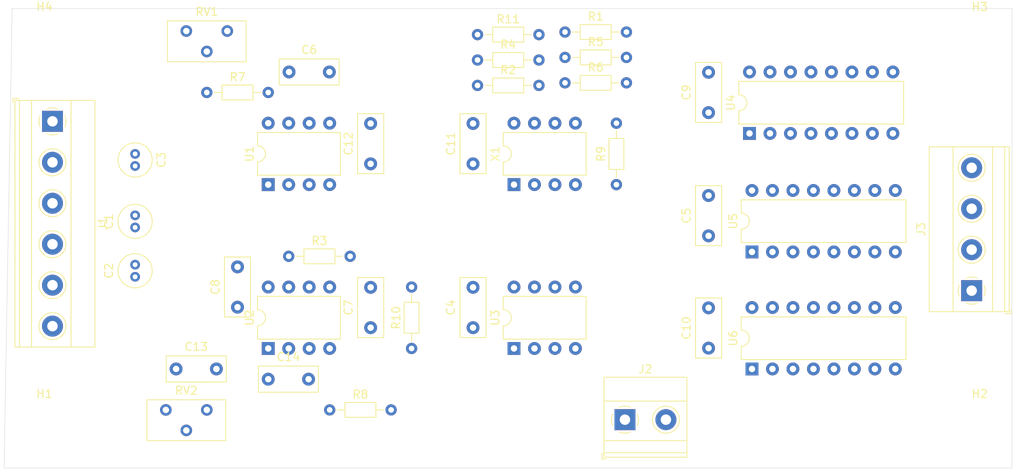
<source format=kicad_pcb>
(kicad_pcb (version 20171130) (host pcbnew "(5.1.9)-1")

  (general
    (thickness 1.6)
    (drawings 4)
    (tracks 0)
    (zones 0)
    (modules 41)
    (nets 1)
  )

  (page A4)
  (layers
    (0 F.Cu signal)
    (31 B.Cu signal)
    (32 B.Adhes user)
    (33 F.Adhes user)
    (34 B.Paste user)
    (35 F.Paste user)
    (36 B.SilkS user)
    (37 F.SilkS user)
    (38 B.Mask user)
    (39 F.Mask user)
    (40 Dwgs.User user)
    (41 Cmts.User user)
    (42 Eco1.User user)
    (43 Eco2.User user)
    (44 Edge.Cuts user)
    (45 Margin user)
    (46 B.CrtYd user)
    (47 F.CrtYd user)
    (48 B.Fab user)
    (49 F.Fab user)
  )

  (setup
    (last_trace_width 0.25)
    (trace_clearance 0.2)
    (zone_clearance 0.508)
    (zone_45_only no)
    (trace_min 0.2)
    (via_size 0.8)
    (via_drill 0.4)
    (via_min_size 0.4)
    (via_min_drill 0.3)
    (uvia_size 0.3)
    (uvia_drill 0.1)
    (uvias_allowed no)
    (uvia_min_size 0.2)
    (uvia_min_drill 0.1)
    (edge_width 0.05)
    (segment_width 0.2)
    (pcb_text_width 0.3)
    (pcb_text_size 1.5 1.5)
    (mod_edge_width 0.12)
    (mod_text_size 1 1)
    (mod_text_width 0.15)
    (pad_size 1.524 1.524)
    (pad_drill 0.762)
    (pad_to_mask_clearance 0)
    (aux_axis_origin 0 0)
    (visible_elements 7FFFFFFF)
    (pcbplotparams
      (layerselection 0x010fc_ffffffff)
      (usegerberextensions false)
      (usegerberattributes true)
      (usegerberadvancedattributes true)
      (creategerberjobfile true)
      (excludeedgelayer true)
      (linewidth 0.100000)
      (plotframeref false)
      (viasonmask false)
      (mode 1)
      (useauxorigin false)
      (hpglpennumber 1)
      (hpglpenspeed 20)
      (hpglpendiameter 15.000000)
      (psnegative false)
      (psa4output false)
      (plotreference true)
      (plotvalue true)
      (plotinvisibletext false)
      (padsonsilk false)
      (subtractmaskfromsilk false)
      (outputformat 1)
      (mirror false)
      (drillshape 1)
      (scaleselection 1)
      (outputdirectory ""))
  )

  (net 0 "")

  (net_class Default "This is the default net class."
    (clearance 0.2)
    (trace_width 0.25)
    (via_dia 0.8)
    (via_drill 0.4)
    (uvia_dia 0.3)
    (uvia_drill 0.1)
  )

  (module Capacitor_THT:C_Radial_D4.0mm_H7.0mm_P1.50mm (layer F.Cu) (tedit 5BC5C9B9) (tstamp 60172CC3)
    (at 95.25 75.16 90)
    (descr "C, Radial series, Radial, pin pitch=1.50mm, diameter=4mm, height=7mm, Non-Polar Electrolytic Capacitor")
    (tags "C Radial series Radial pin pitch 1.50mm diameter 4mm height 7mm Non-Polar Electrolytic Capacitor")
    (path /601876C4)
    (fp_text reference C1 (at 0.75 -3.25 90) (layer F.SilkS)
      (effects (font (size 1 1) (thickness 0.15)))
    )
    (fp_text value CAP (at 0.75 3.25 90) (layer F.Fab)
      (effects (font (size 1 1) (thickness 0.15)))
    )
    (fp_circle (center 0.75 0) (end 2.75 0) (layer F.Fab) (width 0.1))
    (fp_circle (center 0.75 0) (end 2.87 0) (layer F.SilkS) (width 0.12))
    (fp_circle (center 0.75 0) (end 3 0) (layer F.CrtYd) (width 0.05))
    (fp_text user %R (at 0.75 0 90) (layer F.Fab)
      (effects (font (size 0.8 0.8) (thickness 0.12)))
    )
    (pad 1 thru_hole circle (at 0 0 90) (size 1.2 1.2) (drill 0.6) (layers *.Cu *.Mask))
    (pad 2 thru_hole circle (at 1.5 0 90) (size 1.2 1.2) (drill 0.6) (layers *.Cu *.Mask))
    (model ${KISYS3DMOD}/Capacitor_THT.3dshapes/C_Radial_D4.0mm_H7.0mm_P1.50mm.wrl
      (at (xyz 0 0 0))
      (scale (xyz 1 1 1))
      (rotate (xyz 0 0 0))
    )
  )

  (module Capacitor_THT:C_Radial_D4.0mm_H7.0mm_P1.50mm (layer F.Cu) (tedit 5BC5C9B9) (tstamp 60172CCD)
    (at 95.25 81.28 90)
    (descr "C, Radial series, Radial, pin pitch=1.50mm, diameter=4mm, height=7mm, Non-Polar Electrolytic Capacitor")
    (tags "C Radial series Radial pin pitch 1.50mm diameter 4mm height 7mm Non-Polar Electrolytic Capacitor")
    (path /60186248)
    (fp_text reference C2 (at 0.75 -3.25 90) (layer F.SilkS)
      (effects (font (size 1 1) (thickness 0.15)))
    )
    (fp_text value CAP (at 0.75 3.25 90) (layer F.Fab)
      (effects (font (size 1 1) (thickness 0.15)))
    )
    (fp_circle (center 0.75 0) (end 2.75 0) (layer F.Fab) (width 0.1))
    (fp_circle (center 0.75 0) (end 2.87 0) (layer F.SilkS) (width 0.12))
    (fp_circle (center 0.75 0) (end 3 0) (layer F.CrtYd) (width 0.05))
    (fp_text user %R (at 0.75 0 90) (layer F.Fab)
      (effects (font (size 0.8 0.8) (thickness 0.12)))
    )
    (pad 1 thru_hole circle (at 0 0 90) (size 1.2 1.2) (drill 0.6) (layers *.Cu *.Mask))
    (pad 2 thru_hole circle (at 1.5 0 90) (size 1.2 1.2) (drill 0.6) (layers *.Cu *.Mask))
    (model ${KISYS3DMOD}/Capacitor_THT.3dshapes/C_Radial_D4.0mm_H7.0mm_P1.50mm.wrl
      (at (xyz 0 0 0))
      (scale (xyz 1 1 1))
      (rotate (xyz 0 0 0))
    )
  )

  (module Capacitor_THT:C_Radial_D4.0mm_H7.0mm_P1.50mm (layer F.Cu) (tedit 5BC5C9B9) (tstamp 60172CD7)
    (at 95.25 66.04 270)
    (descr "C, Radial series, Radial, pin pitch=1.50mm, diameter=4mm, height=7mm, Non-Polar Electrolytic Capacitor")
    (tags "C Radial series Radial pin pitch 1.50mm diameter 4mm height 7mm Non-Polar Electrolytic Capacitor")
    (path /60186C2E)
    (fp_text reference C3 (at 0.75 -3.25 90) (layer F.SilkS)
      (effects (font (size 1 1) (thickness 0.15)))
    )
    (fp_text value CAP (at 0.75 3.25 90) (layer F.Fab)
      (effects (font (size 1 1) (thickness 0.15)))
    )
    (fp_circle (center 0.75 0) (end 3 0) (layer F.CrtYd) (width 0.05))
    (fp_circle (center 0.75 0) (end 2.87 0) (layer F.SilkS) (width 0.12))
    (fp_circle (center 0.75 0) (end 2.75 0) (layer F.Fab) (width 0.1))
    (fp_text user %R (at 0.75 0 90) (layer F.Fab)
      (effects (font (size 0.8 0.8) (thickness 0.12)))
    )
    (pad 2 thru_hole circle (at 1.5 0 270) (size 1.2 1.2) (drill 0.6) (layers *.Cu *.Mask))
    (pad 1 thru_hole circle (at 0 0 270) (size 1.2 1.2) (drill 0.6) (layers *.Cu *.Mask))
    (model ${KISYS3DMOD}/Capacitor_THT.3dshapes/C_Radial_D4.0mm_H7.0mm_P1.50mm.wrl
      (at (xyz 0 0 0))
      (scale (xyz 1 1 1))
      (rotate (xyz 0 0 0))
    )
  )

  (module Capacitor_THT:C_Rect_L7.2mm_W3.0mm_P5.00mm_FKS2_FKP2_MKS2_MKP2 (layer F.Cu) (tedit 5AE50EF0) (tstamp 60172D83)
    (at 100.33 92.71)
    (descr "C, Rect series, Radial, pin pitch=5.00mm, , length*width=7.2*3.0mm^2, Capacitor, http://www.wima.com/EN/WIMA_FKS_2.pdf")
    (tags "C Rect series Radial pin pitch 5.00mm  length 7.2mm width 3.0mm Capacitor")
    (path /601A1E76)
    (fp_text reference C13 (at 2.5 -2.75) (layer F.SilkS)
      (effects (font (size 1 1) (thickness 0.15)))
    )
    (fp_text value CAP (at 2.5 2.75) (layer F.Fab)
      (effects (font (size 1 1) (thickness 0.15)))
    )
    (fp_line (start -1.1 -1.5) (end -1.1 1.5) (layer F.Fab) (width 0.1))
    (fp_line (start -1.1 1.5) (end 6.1 1.5) (layer F.Fab) (width 0.1))
    (fp_line (start 6.1 1.5) (end 6.1 -1.5) (layer F.Fab) (width 0.1))
    (fp_line (start 6.1 -1.5) (end -1.1 -1.5) (layer F.Fab) (width 0.1))
    (fp_line (start -1.22 -1.62) (end 6.22 -1.62) (layer F.SilkS) (width 0.12))
    (fp_line (start -1.22 1.62) (end 6.22 1.62) (layer F.SilkS) (width 0.12))
    (fp_line (start -1.22 -1.62) (end -1.22 1.62) (layer F.SilkS) (width 0.12))
    (fp_line (start 6.22 -1.62) (end 6.22 1.62) (layer F.SilkS) (width 0.12))
    (fp_line (start -1.35 -1.75) (end -1.35 1.75) (layer F.CrtYd) (width 0.05))
    (fp_line (start -1.35 1.75) (end 6.35 1.75) (layer F.CrtYd) (width 0.05))
    (fp_line (start 6.35 1.75) (end 6.35 -1.75) (layer F.CrtYd) (width 0.05))
    (fp_line (start 6.35 -1.75) (end -1.35 -1.75) (layer F.CrtYd) (width 0.05))
    (fp_text user %R (at 2.5 0) (layer F.Fab)
      (effects (font (size 1 1) (thickness 0.15)))
    )
    (pad 1 thru_hole circle (at 0 0) (size 1.6 1.6) (drill 0.8) (layers *.Cu *.Mask))
    (pad 2 thru_hole circle (at 5 0) (size 1.6 1.6) (drill 0.8) (layers *.Cu *.Mask))
    (model ${KISYS3DMOD}/Capacitor_THT.3dshapes/C_Rect_L7.2mm_W3.0mm_P5.00mm_FKS2_FKP2_MKS2_MKP2.wrl
      (at (xyz 0 0 0))
      (scale (xyz 1 1 1))
      (rotate (xyz 0 0 0))
    )
  )

  (module Capacitor_THT:C_Rect_L7.2mm_W3.0mm_P5.00mm_FKS2_FKP2_MKS2_MKP2 (layer F.Cu) (tedit 5AE50EF0) (tstamp 60172D96)
    (at 111.76 93.98)
    (descr "C, Rect series, Radial, pin pitch=5.00mm, , length*width=7.2*3.0mm^2, Capacitor, http://www.wima.com/EN/WIMA_FKS_2.pdf")
    (tags "C Rect series Radial pin pitch 5.00mm  length 7.2mm width 3.0mm Capacitor")
    (path /601A226F)
    (fp_text reference C14 (at 2.5 -2.75) (layer F.SilkS)
      (effects (font (size 1 1) (thickness 0.15)))
    )
    (fp_text value CAP (at 2.5 2.75) (layer F.Fab)
      (effects (font (size 1 1) (thickness 0.15)))
    )
    (fp_line (start 6.35 -1.75) (end -1.35 -1.75) (layer F.CrtYd) (width 0.05))
    (fp_line (start 6.35 1.75) (end 6.35 -1.75) (layer F.CrtYd) (width 0.05))
    (fp_line (start -1.35 1.75) (end 6.35 1.75) (layer F.CrtYd) (width 0.05))
    (fp_line (start -1.35 -1.75) (end -1.35 1.75) (layer F.CrtYd) (width 0.05))
    (fp_line (start 6.22 -1.62) (end 6.22 1.62) (layer F.SilkS) (width 0.12))
    (fp_line (start -1.22 -1.62) (end -1.22 1.62) (layer F.SilkS) (width 0.12))
    (fp_line (start -1.22 1.62) (end 6.22 1.62) (layer F.SilkS) (width 0.12))
    (fp_line (start -1.22 -1.62) (end 6.22 -1.62) (layer F.SilkS) (width 0.12))
    (fp_line (start 6.1 -1.5) (end -1.1 -1.5) (layer F.Fab) (width 0.1))
    (fp_line (start 6.1 1.5) (end 6.1 -1.5) (layer F.Fab) (width 0.1))
    (fp_line (start -1.1 1.5) (end 6.1 1.5) (layer F.Fab) (width 0.1))
    (fp_line (start -1.1 -1.5) (end -1.1 1.5) (layer F.Fab) (width 0.1))
    (fp_text user %R (at 2.5 0) (layer F.Fab)
      (effects (font (size 1 1) (thickness 0.15)))
    )
    (pad 2 thru_hole circle (at 5 0) (size 1.6 1.6) (drill 0.8) (layers *.Cu *.Mask))
    (pad 1 thru_hole circle (at 0 0) (size 1.6 1.6) (drill 0.8) (layers *.Cu *.Mask))
    (model ${KISYS3DMOD}/Capacitor_THT.3dshapes/C_Rect_L7.2mm_W3.0mm_P5.00mm_FKS2_FKP2_MKS2_MKP2.wrl
      (at (xyz 0 0 0))
      (scale (xyz 1 1 1))
      (rotate (xyz 0 0 0))
    )
  )

  (module Resistor_THT:R_Axial_DIN0204_L3.6mm_D1.6mm_P7.62mm_Horizontal (layer F.Cu) (tedit 5AE5139B) (tstamp 60172E2E)
    (at 148.565001 50.925001)
    (descr "Resistor, Axial_DIN0204 series, Axial, Horizontal, pin pitch=7.62mm, 0.167W, length*diameter=3.6*1.6mm^2, http://cdn-reichelt.de/documents/datenblatt/B400/1_4W%23YAG.pdf")
    (tags "Resistor Axial_DIN0204 series Axial Horizontal pin pitch 7.62mm 0.167W length 3.6mm diameter 1.6mm")
    (path /60189B96)
    (fp_text reference R1 (at 3.81 -1.92) (layer F.SilkS)
      (effects (font (size 1 1) (thickness 0.15)))
    )
    (fp_text value R (at 3.81 1.92) (layer F.Fab)
      (effects (font (size 1 1) (thickness 0.15)))
    )
    (fp_line (start 2.01 -0.8) (end 2.01 0.8) (layer F.Fab) (width 0.1))
    (fp_line (start 2.01 0.8) (end 5.61 0.8) (layer F.Fab) (width 0.1))
    (fp_line (start 5.61 0.8) (end 5.61 -0.8) (layer F.Fab) (width 0.1))
    (fp_line (start 5.61 -0.8) (end 2.01 -0.8) (layer F.Fab) (width 0.1))
    (fp_line (start 0 0) (end 2.01 0) (layer F.Fab) (width 0.1))
    (fp_line (start 7.62 0) (end 5.61 0) (layer F.Fab) (width 0.1))
    (fp_line (start 1.89 -0.92) (end 1.89 0.92) (layer F.SilkS) (width 0.12))
    (fp_line (start 1.89 0.92) (end 5.73 0.92) (layer F.SilkS) (width 0.12))
    (fp_line (start 5.73 0.92) (end 5.73 -0.92) (layer F.SilkS) (width 0.12))
    (fp_line (start 5.73 -0.92) (end 1.89 -0.92) (layer F.SilkS) (width 0.12))
    (fp_line (start 0.94 0) (end 1.89 0) (layer F.SilkS) (width 0.12))
    (fp_line (start 6.68 0) (end 5.73 0) (layer F.SilkS) (width 0.12))
    (fp_line (start -0.95 -1.05) (end -0.95 1.05) (layer F.CrtYd) (width 0.05))
    (fp_line (start -0.95 1.05) (end 8.57 1.05) (layer F.CrtYd) (width 0.05))
    (fp_line (start 8.57 1.05) (end 8.57 -1.05) (layer F.CrtYd) (width 0.05))
    (fp_line (start 8.57 -1.05) (end -0.95 -1.05) (layer F.CrtYd) (width 0.05))
    (fp_text user %R (at 3.81 0) (layer F.Fab)
      (effects (font (size 0.72 0.72) (thickness 0.108)))
    )
    (pad 1 thru_hole circle (at 0 0) (size 1.4 1.4) (drill 0.7) (layers *.Cu *.Mask))
    (pad 2 thru_hole oval (at 7.62 0) (size 1.4 1.4) (drill 0.7) (layers *.Cu *.Mask))
    (model ${KISYS3DMOD}/Resistor_THT.3dshapes/R_Axial_DIN0204_L3.6mm_D1.6mm_P7.62mm_Horizontal.wrl
      (at (xyz 0 0 0))
      (scale (xyz 1 1 1))
      (rotate (xyz 0 0 0))
    )
  )

  (module Resistor_THT:R_Axial_DIN0204_L3.6mm_D1.6mm_P7.62mm_Horizontal (layer F.Cu) (tedit 5AE5139B) (tstamp 60172E45)
    (at 137.715001 57.545001)
    (descr "Resistor, Axial_DIN0204 series, Axial, Horizontal, pin pitch=7.62mm, 0.167W, length*diameter=3.6*1.6mm^2, http://cdn-reichelt.de/documents/datenblatt/B400/1_4W%23YAG.pdf")
    (tags "Resistor Axial_DIN0204 series Axial Horizontal pin pitch 7.62mm 0.167W length 3.6mm diameter 1.6mm")
    (path /60190FDD)
    (fp_text reference R2 (at 3.81 -1.92) (layer F.SilkS)
      (effects (font (size 1 1) (thickness 0.15)))
    )
    (fp_text value R (at 3.81 1.92) (layer F.Fab)
      (effects (font (size 1 1) (thickness 0.15)))
    )
    (fp_line (start 8.57 -1.05) (end -0.95 -1.05) (layer F.CrtYd) (width 0.05))
    (fp_line (start 8.57 1.05) (end 8.57 -1.05) (layer F.CrtYd) (width 0.05))
    (fp_line (start -0.95 1.05) (end 8.57 1.05) (layer F.CrtYd) (width 0.05))
    (fp_line (start -0.95 -1.05) (end -0.95 1.05) (layer F.CrtYd) (width 0.05))
    (fp_line (start 6.68 0) (end 5.73 0) (layer F.SilkS) (width 0.12))
    (fp_line (start 0.94 0) (end 1.89 0) (layer F.SilkS) (width 0.12))
    (fp_line (start 5.73 -0.92) (end 1.89 -0.92) (layer F.SilkS) (width 0.12))
    (fp_line (start 5.73 0.92) (end 5.73 -0.92) (layer F.SilkS) (width 0.12))
    (fp_line (start 1.89 0.92) (end 5.73 0.92) (layer F.SilkS) (width 0.12))
    (fp_line (start 1.89 -0.92) (end 1.89 0.92) (layer F.SilkS) (width 0.12))
    (fp_line (start 7.62 0) (end 5.61 0) (layer F.Fab) (width 0.1))
    (fp_line (start 0 0) (end 2.01 0) (layer F.Fab) (width 0.1))
    (fp_line (start 5.61 -0.8) (end 2.01 -0.8) (layer F.Fab) (width 0.1))
    (fp_line (start 5.61 0.8) (end 5.61 -0.8) (layer F.Fab) (width 0.1))
    (fp_line (start 2.01 0.8) (end 5.61 0.8) (layer F.Fab) (width 0.1))
    (fp_line (start 2.01 -0.8) (end 2.01 0.8) (layer F.Fab) (width 0.1))
    (fp_text user %R (at 3.81 0) (layer F.Fab)
      (effects (font (size 0.72 0.72) (thickness 0.108)))
    )
    (pad 2 thru_hole oval (at 7.62 0) (size 1.4 1.4) (drill 0.7) (layers *.Cu *.Mask))
    (pad 1 thru_hole circle (at 0 0) (size 1.4 1.4) (drill 0.7) (layers *.Cu *.Mask))
    (model ${KISYS3DMOD}/Resistor_THT.3dshapes/R_Axial_DIN0204_L3.6mm_D1.6mm_P7.62mm_Horizontal.wrl
      (at (xyz 0 0 0))
      (scale (xyz 1 1 1))
      (rotate (xyz 0 0 0))
    )
  )

  (module Resistor_THT:R_Axial_DIN0204_L3.6mm_D1.6mm_P7.62mm_Horizontal (layer F.Cu) (tedit 5AE5139B) (tstamp 60172E5C)
    (at 114.3 78.74)
    (descr "Resistor, Axial_DIN0204 series, Axial, Horizontal, pin pitch=7.62mm, 0.167W, length*diameter=3.6*1.6mm^2, http://cdn-reichelt.de/documents/datenblatt/B400/1_4W%23YAG.pdf")
    (tags "Resistor Axial_DIN0204 series Axial Horizontal pin pitch 7.62mm 0.167W length 3.6mm diameter 1.6mm")
    (path /60191B9E)
    (fp_text reference R3 (at 3.81 -1.92) (layer F.SilkS)
      (effects (font (size 1 1) (thickness 0.15)))
    )
    (fp_text value R (at 3.81 1.92) (layer F.Fab)
      (effects (font (size 1 1) (thickness 0.15)))
    )
    (fp_line (start 2.01 -0.8) (end 2.01 0.8) (layer F.Fab) (width 0.1))
    (fp_line (start 2.01 0.8) (end 5.61 0.8) (layer F.Fab) (width 0.1))
    (fp_line (start 5.61 0.8) (end 5.61 -0.8) (layer F.Fab) (width 0.1))
    (fp_line (start 5.61 -0.8) (end 2.01 -0.8) (layer F.Fab) (width 0.1))
    (fp_line (start 0 0) (end 2.01 0) (layer F.Fab) (width 0.1))
    (fp_line (start 7.62 0) (end 5.61 0) (layer F.Fab) (width 0.1))
    (fp_line (start 1.89 -0.92) (end 1.89 0.92) (layer F.SilkS) (width 0.12))
    (fp_line (start 1.89 0.92) (end 5.73 0.92) (layer F.SilkS) (width 0.12))
    (fp_line (start 5.73 0.92) (end 5.73 -0.92) (layer F.SilkS) (width 0.12))
    (fp_line (start 5.73 -0.92) (end 1.89 -0.92) (layer F.SilkS) (width 0.12))
    (fp_line (start 0.94 0) (end 1.89 0) (layer F.SilkS) (width 0.12))
    (fp_line (start 6.68 0) (end 5.73 0) (layer F.SilkS) (width 0.12))
    (fp_line (start -0.95 -1.05) (end -0.95 1.05) (layer F.CrtYd) (width 0.05))
    (fp_line (start -0.95 1.05) (end 8.57 1.05) (layer F.CrtYd) (width 0.05))
    (fp_line (start 8.57 1.05) (end 8.57 -1.05) (layer F.CrtYd) (width 0.05))
    (fp_line (start 8.57 -1.05) (end -0.95 -1.05) (layer F.CrtYd) (width 0.05))
    (fp_text user %R (at 3.81 0) (layer F.Fab)
      (effects (font (size 0.72 0.72) (thickness 0.108)))
    )
    (pad 1 thru_hole circle (at 0 0) (size 1.4 1.4) (drill 0.7) (layers *.Cu *.Mask))
    (pad 2 thru_hole oval (at 7.62 0) (size 1.4 1.4) (drill 0.7) (layers *.Cu *.Mask))
    (model ${KISYS3DMOD}/Resistor_THT.3dshapes/R_Axial_DIN0204_L3.6mm_D1.6mm_P7.62mm_Horizontal.wrl
      (at (xyz 0 0 0))
      (scale (xyz 1 1 1))
      (rotate (xyz 0 0 0))
    )
  )

  (module Resistor_THT:R_Axial_DIN0204_L3.6mm_D1.6mm_P7.62mm_Horizontal (layer F.Cu) (tedit 5AE5139B) (tstamp 60172E73)
    (at 137.715001 54.395001)
    (descr "Resistor, Axial_DIN0204 series, Axial, Horizontal, pin pitch=7.62mm, 0.167W, length*diameter=3.6*1.6mm^2, http://cdn-reichelt.de/documents/datenblatt/B400/1_4W%23YAG.pdf")
    (tags "Resistor Axial_DIN0204 series Axial Horizontal pin pitch 7.62mm 0.167W length 3.6mm diameter 1.6mm")
    (path /60191356)
    (fp_text reference R4 (at 3.81 -1.92) (layer F.SilkS)
      (effects (font (size 1 1) (thickness 0.15)))
    )
    (fp_text value R (at 3.81 1.92) (layer F.Fab)
      (effects (font (size 1 1) (thickness 0.15)))
    )
    (fp_line (start 2.01 -0.8) (end 2.01 0.8) (layer F.Fab) (width 0.1))
    (fp_line (start 2.01 0.8) (end 5.61 0.8) (layer F.Fab) (width 0.1))
    (fp_line (start 5.61 0.8) (end 5.61 -0.8) (layer F.Fab) (width 0.1))
    (fp_line (start 5.61 -0.8) (end 2.01 -0.8) (layer F.Fab) (width 0.1))
    (fp_line (start 0 0) (end 2.01 0) (layer F.Fab) (width 0.1))
    (fp_line (start 7.62 0) (end 5.61 0) (layer F.Fab) (width 0.1))
    (fp_line (start 1.89 -0.92) (end 1.89 0.92) (layer F.SilkS) (width 0.12))
    (fp_line (start 1.89 0.92) (end 5.73 0.92) (layer F.SilkS) (width 0.12))
    (fp_line (start 5.73 0.92) (end 5.73 -0.92) (layer F.SilkS) (width 0.12))
    (fp_line (start 5.73 -0.92) (end 1.89 -0.92) (layer F.SilkS) (width 0.12))
    (fp_line (start 0.94 0) (end 1.89 0) (layer F.SilkS) (width 0.12))
    (fp_line (start 6.68 0) (end 5.73 0) (layer F.SilkS) (width 0.12))
    (fp_line (start -0.95 -1.05) (end -0.95 1.05) (layer F.CrtYd) (width 0.05))
    (fp_line (start -0.95 1.05) (end 8.57 1.05) (layer F.CrtYd) (width 0.05))
    (fp_line (start 8.57 1.05) (end 8.57 -1.05) (layer F.CrtYd) (width 0.05))
    (fp_line (start 8.57 -1.05) (end -0.95 -1.05) (layer F.CrtYd) (width 0.05))
    (fp_text user %R (at 3.81 0) (layer F.Fab)
      (effects (font (size 0.72 0.72) (thickness 0.108)))
    )
    (pad 1 thru_hole circle (at 0 0) (size 1.4 1.4) (drill 0.7) (layers *.Cu *.Mask))
    (pad 2 thru_hole oval (at 7.62 0) (size 1.4 1.4) (drill 0.7) (layers *.Cu *.Mask))
    (model ${KISYS3DMOD}/Resistor_THT.3dshapes/R_Axial_DIN0204_L3.6mm_D1.6mm_P7.62mm_Horizontal.wrl
      (at (xyz 0 0 0))
      (scale (xyz 1 1 1))
      (rotate (xyz 0 0 0))
    )
  )

  (module Resistor_THT:R_Axial_DIN0204_L3.6mm_D1.6mm_P7.62mm_Horizontal (layer F.Cu) (tedit 5AE5139B) (tstamp 60172E8A)
    (at 148.565001 54.075001)
    (descr "Resistor, Axial_DIN0204 series, Axial, Horizontal, pin pitch=7.62mm, 0.167W, length*diameter=3.6*1.6mm^2, http://cdn-reichelt.de/documents/datenblatt/B400/1_4W%23YAG.pdf")
    (tags "Resistor Axial_DIN0204 series Axial Horizontal pin pitch 7.62mm 0.167W length 3.6mm diameter 1.6mm")
    (path /60195160)
    (fp_text reference R5 (at 3.81 -1.92) (layer F.SilkS)
      (effects (font (size 1 1) (thickness 0.15)))
    )
    (fp_text value R (at 3.81 1.92) (layer F.Fab)
      (effects (font (size 1 1) (thickness 0.15)))
    )
    (fp_line (start 2.01 -0.8) (end 2.01 0.8) (layer F.Fab) (width 0.1))
    (fp_line (start 2.01 0.8) (end 5.61 0.8) (layer F.Fab) (width 0.1))
    (fp_line (start 5.61 0.8) (end 5.61 -0.8) (layer F.Fab) (width 0.1))
    (fp_line (start 5.61 -0.8) (end 2.01 -0.8) (layer F.Fab) (width 0.1))
    (fp_line (start 0 0) (end 2.01 0) (layer F.Fab) (width 0.1))
    (fp_line (start 7.62 0) (end 5.61 0) (layer F.Fab) (width 0.1))
    (fp_line (start 1.89 -0.92) (end 1.89 0.92) (layer F.SilkS) (width 0.12))
    (fp_line (start 1.89 0.92) (end 5.73 0.92) (layer F.SilkS) (width 0.12))
    (fp_line (start 5.73 0.92) (end 5.73 -0.92) (layer F.SilkS) (width 0.12))
    (fp_line (start 5.73 -0.92) (end 1.89 -0.92) (layer F.SilkS) (width 0.12))
    (fp_line (start 0.94 0) (end 1.89 0) (layer F.SilkS) (width 0.12))
    (fp_line (start 6.68 0) (end 5.73 0) (layer F.SilkS) (width 0.12))
    (fp_line (start -0.95 -1.05) (end -0.95 1.05) (layer F.CrtYd) (width 0.05))
    (fp_line (start -0.95 1.05) (end 8.57 1.05) (layer F.CrtYd) (width 0.05))
    (fp_line (start 8.57 1.05) (end 8.57 -1.05) (layer F.CrtYd) (width 0.05))
    (fp_line (start 8.57 -1.05) (end -0.95 -1.05) (layer F.CrtYd) (width 0.05))
    (fp_text user %R (at 3.81 0) (layer F.Fab)
      (effects (font (size 0.72 0.72) (thickness 0.108)))
    )
    (pad 1 thru_hole circle (at 0 0) (size 1.4 1.4) (drill 0.7) (layers *.Cu *.Mask))
    (pad 2 thru_hole oval (at 7.62 0) (size 1.4 1.4) (drill 0.7) (layers *.Cu *.Mask))
    (model ${KISYS3DMOD}/Resistor_THT.3dshapes/R_Axial_DIN0204_L3.6mm_D1.6mm_P7.62mm_Horizontal.wrl
      (at (xyz 0 0 0))
      (scale (xyz 1 1 1))
      (rotate (xyz 0 0 0))
    )
  )

  (module Resistor_THT:R_Axial_DIN0204_L3.6mm_D1.6mm_P7.62mm_Horizontal (layer F.Cu) (tedit 5AE5139B) (tstamp 60172EA1)
    (at 148.565001 57.225001)
    (descr "Resistor, Axial_DIN0204 series, Axial, Horizontal, pin pitch=7.62mm, 0.167W, length*diameter=3.6*1.6mm^2, http://cdn-reichelt.de/documents/datenblatt/B400/1_4W%23YAG.pdf")
    (tags "Resistor Axial_DIN0204 series Axial Horizontal pin pitch 7.62mm 0.167W length 3.6mm diameter 1.6mm")
    (path /60194FFC)
    (fp_text reference R6 (at 3.81 -1.92) (layer F.SilkS)
      (effects (font (size 1 1) (thickness 0.15)))
    )
    (fp_text value R (at 3.81 1.92) (layer F.Fab)
      (effects (font (size 1 1) (thickness 0.15)))
    )
    (fp_line (start 8.57 -1.05) (end -0.95 -1.05) (layer F.CrtYd) (width 0.05))
    (fp_line (start 8.57 1.05) (end 8.57 -1.05) (layer F.CrtYd) (width 0.05))
    (fp_line (start -0.95 1.05) (end 8.57 1.05) (layer F.CrtYd) (width 0.05))
    (fp_line (start -0.95 -1.05) (end -0.95 1.05) (layer F.CrtYd) (width 0.05))
    (fp_line (start 6.68 0) (end 5.73 0) (layer F.SilkS) (width 0.12))
    (fp_line (start 0.94 0) (end 1.89 0) (layer F.SilkS) (width 0.12))
    (fp_line (start 5.73 -0.92) (end 1.89 -0.92) (layer F.SilkS) (width 0.12))
    (fp_line (start 5.73 0.92) (end 5.73 -0.92) (layer F.SilkS) (width 0.12))
    (fp_line (start 1.89 0.92) (end 5.73 0.92) (layer F.SilkS) (width 0.12))
    (fp_line (start 1.89 -0.92) (end 1.89 0.92) (layer F.SilkS) (width 0.12))
    (fp_line (start 7.62 0) (end 5.61 0) (layer F.Fab) (width 0.1))
    (fp_line (start 0 0) (end 2.01 0) (layer F.Fab) (width 0.1))
    (fp_line (start 5.61 -0.8) (end 2.01 -0.8) (layer F.Fab) (width 0.1))
    (fp_line (start 5.61 0.8) (end 5.61 -0.8) (layer F.Fab) (width 0.1))
    (fp_line (start 2.01 0.8) (end 5.61 0.8) (layer F.Fab) (width 0.1))
    (fp_line (start 2.01 -0.8) (end 2.01 0.8) (layer F.Fab) (width 0.1))
    (fp_text user %R (at 3.81 0) (layer F.Fab)
      (effects (font (size 0.72 0.72) (thickness 0.108)))
    )
    (pad 2 thru_hole oval (at 7.62 0) (size 1.4 1.4) (drill 0.7) (layers *.Cu *.Mask))
    (pad 1 thru_hole circle (at 0 0) (size 1.4 1.4) (drill 0.7) (layers *.Cu *.Mask))
    (model ${KISYS3DMOD}/Resistor_THT.3dshapes/R_Axial_DIN0204_L3.6mm_D1.6mm_P7.62mm_Horizontal.wrl
      (at (xyz 0 0 0))
      (scale (xyz 1 1 1))
      (rotate (xyz 0 0 0))
    )
  )

  (module Resistor_THT:R_Axial_DIN0204_L3.6mm_D1.6mm_P7.62mm_Horizontal (layer F.Cu) (tedit 5AE5139B) (tstamp 60172EB8)
    (at 104.14 58.42)
    (descr "Resistor, Axial_DIN0204 series, Axial, Horizontal, pin pitch=7.62mm, 0.167W, length*diameter=3.6*1.6mm^2, http://cdn-reichelt.de/documents/datenblatt/B400/1_4W%23YAG.pdf")
    (tags "Resistor Axial_DIN0204 series Axial Horizontal pin pitch 7.62mm 0.167W length 3.6mm diameter 1.6mm")
    (path /60194E52)
    (fp_text reference R7 (at 3.81 -1.92) (layer F.SilkS)
      (effects (font (size 1 1) (thickness 0.15)))
    )
    (fp_text value R (at 3.81 1.92) (layer F.Fab)
      (effects (font (size 1 1) (thickness 0.15)))
    )
    (fp_line (start 2.01 -0.8) (end 2.01 0.8) (layer F.Fab) (width 0.1))
    (fp_line (start 2.01 0.8) (end 5.61 0.8) (layer F.Fab) (width 0.1))
    (fp_line (start 5.61 0.8) (end 5.61 -0.8) (layer F.Fab) (width 0.1))
    (fp_line (start 5.61 -0.8) (end 2.01 -0.8) (layer F.Fab) (width 0.1))
    (fp_line (start 0 0) (end 2.01 0) (layer F.Fab) (width 0.1))
    (fp_line (start 7.62 0) (end 5.61 0) (layer F.Fab) (width 0.1))
    (fp_line (start 1.89 -0.92) (end 1.89 0.92) (layer F.SilkS) (width 0.12))
    (fp_line (start 1.89 0.92) (end 5.73 0.92) (layer F.SilkS) (width 0.12))
    (fp_line (start 5.73 0.92) (end 5.73 -0.92) (layer F.SilkS) (width 0.12))
    (fp_line (start 5.73 -0.92) (end 1.89 -0.92) (layer F.SilkS) (width 0.12))
    (fp_line (start 0.94 0) (end 1.89 0) (layer F.SilkS) (width 0.12))
    (fp_line (start 6.68 0) (end 5.73 0) (layer F.SilkS) (width 0.12))
    (fp_line (start -0.95 -1.05) (end -0.95 1.05) (layer F.CrtYd) (width 0.05))
    (fp_line (start -0.95 1.05) (end 8.57 1.05) (layer F.CrtYd) (width 0.05))
    (fp_line (start 8.57 1.05) (end 8.57 -1.05) (layer F.CrtYd) (width 0.05))
    (fp_line (start 8.57 -1.05) (end -0.95 -1.05) (layer F.CrtYd) (width 0.05))
    (fp_text user %R (at 3.81 0) (layer F.Fab)
      (effects (font (size 0.72 0.72) (thickness 0.108)))
    )
    (pad 1 thru_hole circle (at 0 0) (size 1.4 1.4) (drill 0.7) (layers *.Cu *.Mask))
    (pad 2 thru_hole oval (at 7.62 0) (size 1.4 1.4) (drill 0.7) (layers *.Cu *.Mask))
    (model ${KISYS3DMOD}/Resistor_THT.3dshapes/R_Axial_DIN0204_L3.6mm_D1.6mm_P7.62mm_Horizontal.wrl
      (at (xyz 0 0 0))
      (scale (xyz 1 1 1))
      (rotate (xyz 0 0 0))
    )
  )

  (module Resistor_THT:R_Axial_DIN0204_L3.6mm_D1.6mm_P7.62mm_Horizontal (layer F.Cu) (tedit 5AE5139B) (tstamp 60172ECF)
    (at 119.38 97.79)
    (descr "Resistor, Axial_DIN0204 series, Axial, Horizontal, pin pitch=7.62mm, 0.167W, length*diameter=3.6*1.6mm^2, http://cdn-reichelt.de/documents/datenblatt/B400/1_4W%23YAG.pdf")
    (tags "Resistor Axial_DIN0204 series Axial Horizontal pin pitch 7.62mm 0.167W length 3.6mm diameter 1.6mm")
    (path /601952E4)
    (fp_text reference R8 (at 3.81 -1.92) (layer F.SilkS)
      (effects (font (size 1 1) (thickness 0.15)))
    )
    (fp_text value R (at 3.81 1.92) (layer F.Fab)
      (effects (font (size 1 1) (thickness 0.15)))
    )
    (fp_line (start 8.57 -1.05) (end -0.95 -1.05) (layer F.CrtYd) (width 0.05))
    (fp_line (start 8.57 1.05) (end 8.57 -1.05) (layer F.CrtYd) (width 0.05))
    (fp_line (start -0.95 1.05) (end 8.57 1.05) (layer F.CrtYd) (width 0.05))
    (fp_line (start -0.95 -1.05) (end -0.95 1.05) (layer F.CrtYd) (width 0.05))
    (fp_line (start 6.68 0) (end 5.73 0) (layer F.SilkS) (width 0.12))
    (fp_line (start 0.94 0) (end 1.89 0) (layer F.SilkS) (width 0.12))
    (fp_line (start 5.73 -0.92) (end 1.89 -0.92) (layer F.SilkS) (width 0.12))
    (fp_line (start 5.73 0.92) (end 5.73 -0.92) (layer F.SilkS) (width 0.12))
    (fp_line (start 1.89 0.92) (end 5.73 0.92) (layer F.SilkS) (width 0.12))
    (fp_line (start 1.89 -0.92) (end 1.89 0.92) (layer F.SilkS) (width 0.12))
    (fp_line (start 7.62 0) (end 5.61 0) (layer F.Fab) (width 0.1))
    (fp_line (start 0 0) (end 2.01 0) (layer F.Fab) (width 0.1))
    (fp_line (start 5.61 -0.8) (end 2.01 -0.8) (layer F.Fab) (width 0.1))
    (fp_line (start 5.61 0.8) (end 5.61 -0.8) (layer F.Fab) (width 0.1))
    (fp_line (start 2.01 0.8) (end 5.61 0.8) (layer F.Fab) (width 0.1))
    (fp_line (start 2.01 -0.8) (end 2.01 0.8) (layer F.Fab) (width 0.1))
    (fp_text user %R (at 3.81 0) (layer F.Fab)
      (effects (font (size 0.72 0.72) (thickness 0.108)))
    )
    (pad 2 thru_hole oval (at 7.62 0) (size 1.4 1.4) (drill 0.7) (layers *.Cu *.Mask))
    (pad 1 thru_hole circle (at 0 0) (size 1.4 1.4) (drill 0.7) (layers *.Cu *.Mask))
    (model ${KISYS3DMOD}/Resistor_THT.3dshapes/R_Axial_DIN0204_L3.6mm_D1.6mm_P7.62mm_Horizontal.wrl
      (at (xyz 0 0 0))
      (scale (xyz 1 1 1))
      (rotate (xyz 0 0 0))
    )
  )

  (module Resistor_THT:R_Axial_DIN0204_L3.6mm_D1.6mm_P7.62mm_Horizontal (layer F.Cu) (tedit 5AE5139B) (tstamp 60172EE6)
    (at 154.94 69.85 90)
    (descr "Resistor, Axial_DIN0204 series, Axial, Horizontal, pin pitch=7.62mm, 0.167W, length*diameter=3.6*1.6mm^2, http://cdn-reichelt.de/documents/datenblatt/B400/1_4W%23YAG.pdf")
    (tags "Resistor Axial_DIN0204 series Axial Horizontal pin pitch 7.62mm 0.167W length 3.6mm diameter 1.6mm")
    (path /60195378)
    (fp_text reference R9 (at 3.81 -1.92 90) (layer F.SilkS)
      (effects (font (size 1 1) (thickness 0.15)))
    )
    (fp_text value R (at 3.81 1.92 90) (layer F.Fab)
      (effects (font (size 1 1) (thickness 0.15)))
    )
    (fp_line (start 2.01 -0.8) (end 2.01 0.8) (layer F.Fab) (width 0.1))
    (fp_line (start 2.01 0.8) (end 5.61 0.8) (layer F.Fab) (width 0.1))
    (fp_line (start 5.61 0.8) (end 5.61 -0.8) (layer F.Fab) (width 0.1))
    (fp_line (start 5.61 -0.8) (end 2.01 -0.8) (layer F.Fab) (width 0.1))
    (fp_line (start 0 0) (end 2.01 0) (layer F.Fab) (width 0.1))
    (fp_line (start 7.62 0) (end 5.61 0) (layer F.Fab) (width 0.1))
    (fp_line (start 1.89 -0.92) (end 1.89 0.92) (layer F.SilkS) (width 0.12))
    (fp_line (start 1.89 0.92) (end 5.73 0.92) (layer F.SilkS) (width 0.12))
    (fp_line (start 5.73 0.92) (end 5.73 -0.92) (layer F.SilkS) (width 0.12))
    (fp_line (start 5.73 -0.92) (end 1.89 -0.92) (layer F.SilkS) (width 0.12))
    (fp_line (start 0.94 0) (end 1.89 0) (layer F.SilkS) (width 0.12))
    (fp_line (start 6.68 0) (end 5.73 0) (layer F.SilkS) (width 0.12))
    (fp_line (start -0.95 -1.05) (end -0.95 1.05) (layer F.CrtYd) (width 0.05))
    (fp_line (start -0.95 1.05) (end 8.57 1.05) (layer F.CrtYd) (width 0.05))
    (fp_line (start 8.57 1.05) (end 8.57 -1.05) (layer F.CrtYd) (width 0.05))
    (fp_line (start 8.57 -1.05) (end -0.95 -1.05) (layer F.CrtYd) (width 0.05))
    (fp_text user %R (at 3.81 0 90) (layer F.Fab)
      (effects (font (size 0.72 0.72) (thickness 0.108)))
    )
    (pad 1 thru_hole circle (at 0 0 90) (size 1.4 1.4) (drill 0.7) (layers *.Cu *.Mask))
    (pad 2 thru_hole oval (at 7.62 0 90) (size 1.4 1.4) (drill 0.7) (layers *.Cu *.Mask))
    (model ${KISYS3DMOD}/Resistor_THT.3dshapes/R_Axial_DIN0204_L3.6mm_D1.6mm_P7.62mm_Horizontal.wrl
      (at (xyz 0 0 0))
      (scale (xyz 1 1 1))
      (rotate (xyz 0 0 0))
    )
  )

  (module Resistor_THT:R_Axial_DIN0204_L3.6mm_D1.6mm_P7.62mm_Horizontal (layer F.Cu) (tedit 5AE5139B) (tstamp 60172EFD)
    (at 129.54 90.17 90)
    (descr "Resistor, Axial_DIN0204 series, Axial, Horizontal, pin pitch=7.62mm, 0.167W, length*diameter=3.6*1.6mm^2, http://cdn-reichelt.de/documents/datenblatt/B400/1_4W%23YAG.pdf")
    (tags "Resistor Axial_DIN0204 series Axial Horizontal pin pitch 7.62mm 0.167W length 3.6mm diameter 1.6mm")
    (path /60195B9E)
    (fp_text reference R10 (at 3.81 -1.92 90) (layer F.SilkS)
      (effects (font (size 1 1) (thickness 0.15)))
    )
    (fp_text value R (at 3.81 1.92 90) (layer F.Fab)
      (effects (font (size 1 1) (thickness 0.15)))
    )
    (fp_line (start 8.57 -1.05) (end -0.95 -1.05) (layer F.CrtYd) (width 0.05))
    (fp_line (start 8.57 1.05) (end 8.57 -1.05) (layer F.CrtYd) (width 0.05))
    (fp_line (start -0.95 1.05) (end 8.57 1.05) (layer F.CrtYd) (width 0.05))
    (fp_line (start -0.95 -1.05) (end -0.95 1.05) (layer F.CrtYd) (width 0.05))
    (fp_line (start 6.68 0) (end 5.73 0) (layer F.SilkS) (width 0.12))
    (fp_line (start 0.94 0) (end 1.89 0) (layer F.SilkS) (width 0.12))
    (fp_line (start 5.73 -0.92) (end 1.89 -0.92) (layer F.SilkS) (width 0.12))
    (fp_line (start 5.73 0.92) (end 5.73 -0.92) (layer F.SilkS) (width 0.12))
    (fp_line (start 1.89 0.92) (end 5.73 0.92) (layer F.SilkS) (width 0.12))
    (fp_line (start 1.89 -0.92) (end 1.89 0.92) (layer F.SilkS) (width 0.12))
    (fp_line (start 7.62 0) (end 5.61 0) (layer F.Fab) (width 0.1))
    (fp_line (start 0 0) (end 2.01 0) (layer F.Fab) (width 0.1))
    (fp_line (start 5.61 -0.8) (end 2.01 -0.8) (layer F.Fab) (width 0.1))
    (fp_line (start 5.61 0.8) (end 5.61 -0.8) (layer F.Fab) (width 0.1))
    (fp_line (start 2.01 0.8) (end 5.61 0.8) (layer F.Fab) (width 0.1))
    (fp_line (start 2.01 -0.8) (end 2.01 0.8) (layer F.Fab) (width 0.1))
    (fp_text user %R (at 3.81 0 90) (layer F.Fab)
      (effects (font (size 0.72 0.72) (thickness 0.108)))
    )
    (pad 2 thru_hole oval (at 7.62 0 90) (size 1.4 1.4) (drill 0.7) (layers *.Cu *.Mask))
    (pad 1 thru_hole circle (at 0 0 90) (size 1.4 1.4) (drill 0.7) (layers *.Cu *.Mask))
    (model ${KISYS3DMOD}/Resistor_THT.3dshapes/R_Axial_DIN0204_L3.6mm_D1.6mm_P7.62mm_Horizontal.wrl
      (at (xyz 0 0 0))
      (scale (xyz 1 1 1))
      (rotate (xyz 0 0 0))
    )
  )

  (module Resistor_THT:R_Axial_DIN0204_L3.6mm_D1.6mm_P7.62mm_Horizontal (layer F.Cu) (tedit 5AE5139B) (tstamp 60172F14)
    (at 137.715001 51.245001)
    (descr "Resistor, Axial_DIN0204 series, Axial, Horizontal, pin pitch=7.62mm, 0.167W, length*diameter=3.6*1.6mm^2, http://cdn-reichelt.de/documents/datenblatt/B400/1_4W%23YAG.pdf")
    (tags "Resistor Axial_DIN0204 series Axial Horizontal pin pitch 7.62mm 0.167W length 3.6mm diameter 1.6mm")
    (path /601972FF)
    (fp_text reference R11 (at 3.81 -1.92) (layer F.SilkS)
      (effects (font (size 1 1) (thickness 0.15)))
    )
    (fp_text value R (at 3.81 1.92) (layer F.Fab)
      (effects (font (size 1 1) (thickness 0.15)))
    )
    (fp_line (start 8.57 -1.05) (end -0.95 -1.05) (layer F.CrtYd) (width 0.05))
    (fp_line (start 8.57 1.05) (end 8.57 -1.05) (layer F.CrtYd) (width 0.05))
    (fp_line (start -0.95 1.05) (end 8.57 1.05) (layer F.CrtYd) (width 0.05))
    (fp_line (start -0.95 -1.05) (end -0.95 1.05) (layer F.CrtYd) (width 0.05))
    (fp_line (start 6.68 0) (end 5.73 0) (layer F.SilkS) (width 0.12))
    (fp_line (start 0.94 0) (end 1.89 0) (layer F.SilkS) (width 0.12))
    (fp_line (start 5.73 -0.92) (end 1.89 -0.92) (layer F.SilkS) (width 0.12))
    (fp_line (start 5.73 0.92) (end 5.73 -0.92) (layer F.SilkS) (width 0.12))
    (fp_line (start 1.89 0.92) (end 5.73 0.92) (layer F.SilkS) (width 0.12))
    (fp_line (start 1.89 -0.92) (end 1.89 0.92) (layer F.SilkS) (width 0.12))
    (fp_line (start 7.62 0) (end 5.61 0) (layer F.Fab) (width 0.1))
    (fp_line (start 0 0) (end 2.01 0) (layer F.Fab) (width 0.1))
    (fp_line (start 5.61 -0.8) (end 2.01 -0.8) (layer F.Fab) (width 0.1))
    (fp_line (start 5.61 0.8) (end 5.61 -0.8) (layer F.Fab) (width 0.1))
    (fp_line (start 2.01 0.8) (end 5.61 0.8) (layer F.Fab) (width 0.1))
    (fp_line (start 2.01 -0.8) (end 2.01 0.8) (layer F.Fab) (width 0.1))
    (fp_text user %R (at 3.81 0) (layer F.Fab)
      (effects (font (size 0.72 0.72) (thickness 0.108)))
    )
    (pad 2 thru_hole oval (at 7.62 0) (size 1.4 1.4) (drill 0.7) (layers *.Cu *.Mask))
    (pad 1 thru_hole circle (at 0 0) (size 1.4 1.4) (drill 0.7) (layers *.Cu *.Mask))
    (model ${KISYS3DMOD}/Resistor_THT.3dshapes/R_Axial_DIN0204_L3.6mm_D1.6mm_P7.62mm_Horizontal.wrl
      (at (xyz 0 0 0))
      (scale (xyz 1 1 1))
      (rotate (xyz 0 0 0))
    )
  )

  (module Potentiometer_THT:Potentiometer_Bourns_3296Y_Vertical (layer F.Cu) (tedit 5A3D4994) (tstamp 60172F2B)
    (at 106.68 50.8)
    (descr "Potentiometer, vertical, Bourns 3296Y, https://www.bourns.com/pdfs/3296.pdf")
    (tags "Potentiometer vertical Bourns 3296Y")
    (path /6017D904)
    (fp_text reference RV1 (at -2.54 -2.39) (layer F.SilkS)
      (effects (font (size 1 1) (thickness 0.15)))
    )
    (fp_text value R_POT (at -2.54 4.94) (layer F.Fab)
      (effects (font (size 1 1) (thickness 0.15)))
    )
    (fp_line (start 2.5 -1.4) (end -7.6 -1.4) (layer F.CrtYd) (width 0.05))
    (fp_line (start 2.5 3.95) (end 2.5 -1.4) (layer F.CrtYd) (width 0.05))
    (fp_line (start -7.6 3.95) (end 2.5 3.95) (layer F.CrtYd) (width 0.05))
    (fp_line (start -7.6 -1.4) (end -7.6 3.95) (layer F.CrtYd) (width 0.05))
    (fp_line (start 2.345 -1.26) (end 2.345 3.81) (layer F.SilkS) (width 0.12))
    (fp_line (start -7.425 -1.26) (end -7.425 3.81) (layer F.SilkS) (width 0.12))
    (fp_line (start -7.425 3.81) (end 2.345 3.81) (layer F.SilkS) (width 0.12))
    (fp_line (start -7.425 -1.26) (end 2.345 -1.26) (layer F.SilkS) (width 0.12))
    (fp_line (start 0.955 3.505) (end 0.956 1.336) (layer F.Fab) (width 0.1))
    (fp_line (start 0.955 3.505) (end 0.956 1.336) (layer F.Fab) (width 0.1))
    (fp_line (start 2.225 -1.14) (end -7.305 -1.14) (layer F.Fab) (width 0.1))
    (fp_line (start 2.225 3.69) (end 2.225 -1.14) (layer F.Fab) (width 0.1))
    (fp_line (start -7.305 3.69) (end 2.225 3.69) (layer F.Fab) (width 0.1))
    (fp_line (start -7.305 -1.14) (end -7.305 3.69) (layer F.Fab) (width 0.1))
    (fp_circle (center 0.955 2.42) (end 2.05 2.42) (layer F.Fab) (width 0.1))
    (fp_text user %R (at -3.175 1.275) (layer F.Fab)
      (effects (font (size 1 1) (thickness 0.15)))
    )
    (pad 3 thru_hole circle (at -5.08 0) (size 1.44 1.44) (drill 0.8) (layers *.Cu *.Mask))
    (pad 2 thru_hole circle (at -2.54 2.54) (size 1.44 1.44) (drill 0.8) (layers *.Cu *.Mask))
    (pad 1 thru_hole circle (at 0 0) (size 1.44 1.44) (drill 0.8) (layers *.Cu *.Mask))
    (model ${KISYS3DMOD}/Potentiometer_THT.3dshapes/Potentiometer_Bourns_3296Y_Vertical.wrl
      (at (xyz 0 0 0))
      (scale (xyz 1 1 1))
      (rotate (xyz 0 0 0))
    )
  )

  (module Potentiometer_THT:Potentiometer_Bourns_3296Y_Vertical (layer F.Cu) (tedit 5A3D4994) (tstamp 60172F42)
    (at 104.14 97.79)
    (descr "Potentiometer, vertical, Bourns 3296Y, https://www.bourns.com/pdfs/3296.pdf")
    (tags "Potentiometer vertical Bourns 3296Y")
    (path /6017C7C1)
    (fp_text reference RV2 (at -2.54 -2.39) (layer F.SilkS)
      (effects (font (size 1 1) (thickness 0.15)))
    )
    (fp_text value R_POT (at -2.54 4.94) (layer F.Fab)
      (effects (font (size 1 1) (thickness 0.15)))
    )
    (fp_circle (center 0.955 2.42) (end 2.05 2.42) (layer F.Fab) (width 0.1))
    (fp_line (start -7.305 -1.14) (end -7.305 3.69) (layer F.Fab) (width 0.1))
    (fp_line (start -7.305 3.69) (end 2.225 3.69) (layer F.Fab) (width 0.1))
    (fp_line (start 2.225 3.69) (end 2.225 -1.14) (layer F.Fab) (width 0.1))
    (fp_line (start 2.225 -1.14) (end -7.305 -1.14) (layer F.Fab) (width 0.1))
    (fp_line (start 0.955 3.505) (end 0.956 1.336) (layer F.Fab) (width 0.1))
    (fp_line (start 0.955 3.505) (end 0.956 1.336) (layer F.Fab) (width 0.1))
    (fp_line (start -7.425 -1.26) (end 2.345 -1.26) (layer F.SilkS) (width 0.12))
    (fp_line (start -7.425 3.81) (end 2.345 3.81) (layer F.SilkS) (width 0.12))
    (fp_line (start -7.425 -1.26) (end -7.425 3.81) (layer F.SilkS) (width 0.12))
    (fp_line (start 2.345 -1.26) (end 2.345 3.81) (layer F.SilkS) (width 0.12))
    (fp_line (start -7.6 -1.4) (end -7.6 3.95) (layer F.CrtYd) (width 0.05))
    (fp_line (start -7.6 3.95) (end 2.5 3.95) (layer F.CrtYd) (width 0.05))
    (fp_line (start 2.5 3.95) (end 2.5 -1.4) (layer F.CrtYd) (width 0.05))
    (fp_line (start 2.5 -1.4) (end -7.6 -1.4) (layer F.CrtYd) (width 0.05))
    (fp_text user %R (at -3.175 1.275) (layer F.Fab)
      (effects (font (size 1 1) (thickness 0.15)))
    )
    (pad 1 thru_hole circle (at 0 0) (size 1.44 1.44) (drill 0.8) (layers *.Cu *.Mask))
    (pad 2 thru_hole circle (at -2.54 2.54) (size 1.44 1.44) (drill 0.8) (layers *.Cu *.Mask))
    (pad 3 thru_hole circle (at -5.08 0) (size 1.44 1.44) (drill 0.8) (layers *.Cu *.Mask))
    (model ${KISYS3DMOD}/Potentiometer_THT.3dshapes/Potentiometer_Bourns_3296Y_Vertical.wrl
      (at (xyz 0 0 0))
      (scale (xyz 1 1 1))
      (rotate (xyz 0 0 0))
    )
  )

  (module Package_DIP:DIP-8_W7.62mm (layer F.Cu) (tedit 5A02E8C5) (tstamp 60172F5E)
    (at 111.76 69.85 90)
    (descr "8-lead though-hole mounted DIP package, row spacing 7.62 mm (300 mils)")
    (tags "THT DIP DIL PDIP 2.54mm 7.62mm 300mil")
    (path /6017A030)
    (fp_text reference U1 (at 3.81 -2.33 90) (layer F.SilkS)
      (effects (font (size 1 1) (thickness 0.15)))
    )
    (fp_text value LM358 (at 3.81 9.95 90) (layer F.Fab)
      (effects (font (size 1 1) (thickness 0.15)))
    )
    (fp_line (start 1.635 -1.27) (end 6.985 -1.27) (layer F.Fab) (width 0.1))
    (fp_line (start 6.985 -1.27) (end 6.985 8.89) (layer F.Fab) (width 0.1))
    (fp_line (start 6.985 8.89) (end 0.635 8.89) (layer F.Fab) (width 0.1))
    (fp_line (start 0.635 8.89) (end 0.635 -0.27) (layer F.Fab) (width 0.1))
    (fp_line (start 0.635 -0.27) (end 1.635 -1.27) (layer F.Fab) (width 0.1))
    (fp_line (start 2.81 -1.33) (end 1.16 -1.33) (layer F.SilkS) (width 0.12))
    (fp_line (start 1.16 -1.33) (end 1.16 8.95) (layer F.SilkS) (width 0.12))
    (fp_line (start 1.16 8.95) (end 6.46 8.95) (layer F.SilkS) (width 0.12))
    (fp_line (start 6.46 8.95) (end 6.46 -1.33) (layer F.SilkS) (width 0.12))
    (fp_line (start 6.46 -1.33) (end 4.81 -1.33) (layer F.SilkS) (width 0.12))
    (fp_line (start -1.1 -1.55) (end -1.1 9.15) (layer F.CrtYd) (width 0.05))
    (fp_line (start -1.1 9.15) (end 8.7 9.15) (layer F.CrtYd) (width 0.05))
    (fp_line (start 8.7 9.15) (end 8.7 -1.55) (layer F.CrtYd) (width 0.05))
    (fp_line (start 8.7 -1.55) (end -1.1 -1.55) (layer F.CrtYd) (width 0.05))
    (fp_arc (start 3.81 -1.33) (end 2.81 -1.33) (angle -180) (layer F.SilkS) (width 0.12))
    (fp_text user %R (at 3.81 3.81 90) (layer F.Fab)
      (effects (font (size 1 1) (thickness 0.15)))
    )
    (pad 1 thru_hole rect (at 0 0 90) (size 1.6 1.6) (drill 0.8) (layers *.Cu *.Mask))
    (pad 5 thru_hole oval (at 7.62 7.62 90) (size 1.6 1.6) (drill 0.8) (layers *.Cu *.Mask))
    (pad 2 thru_hole oval (at 0 2.54 90) (size 1.6 1.6) (drill 0.8) (layers *.Cu *.Mask))
    (pad 6 thru_hole oval (at 7.62 5.08 90) (size 1.6 1.6) (drill 0.8) (layers *.Cu *.Mask))
    (pad 3 thru_hole oval (at 0 5.08 90) (size 1.6 1.6) (drill 0.8) (layers *.Cu *.Mask))
    (pad 7 thru_hole oval (at 7.62 2.54 90) (size 1.6 1.6) (drill 0.8) (layers *.Cu *.Mask))
    (pad 4 thru_hole oval (at 0 7.62 90) (size 1.6 1.6) (drill 0.8) (layers *.Cu *.Mask))
    (pad 8 thru_hole oval (at 7.62 0 90) (size 1.6 1.6) (drill 0.8) (layers *.Cu *.Mask))
    (model ${KISYS3DMOD}/Package_DIP.3dshapes/DIP-8_W7.62mm.wrl
      (at (xyz 0 0 0))
      (scale (xyz 1 1 1))
      (rotate (xyz 0 0 0))
    )
  )

  (module Package_DIP:DIP-8_W7.62mm (layer F.Cu) (tedit 5A02E8C5) (tstamp 60172F7A)
    (at 111.76 90.17 90)
    (descr "8-lead though-hole mounted DIP package, row spacing 7.62 mm (300 mils)")
    (tags "THT DIP DIL PDIP 2.54mm 7.62mm 300mil")
    (path /601784F7)
    (fp_text reference U2 (at 3.81 -2.33 90) (layer F.SilkS)
      (effects (font (size 1 1) (thickness 0.15)))
    )
    (fp_text value LM358 (at 3.81 9.95 90) (layer F.Fab)
      (effects (font (size 1 1) (thickness 0.15)))
    )
    (fp_line (start 8.7 -1.55) (end -1.1 -1.55) (layer F.CrtYd) (width 0.05))
    (fp_line (start 8.7 9.15) (end 8.7 -1.55) (layer F.CrtYd) (width 0.05))
    (fp_line (start -1.1 9.15) (end 8.7 9.15) (layer F.CrtYd) (width 0.05))
    (fp_line (start -1.1 -1.55) (end -1.1 9.15) (layer F.CrtYd) (width 0.05))
    (fp_line (start 6.46 -1.33) (end 4.81 -1.33) (layer F.SilkS) (width 0.12))
    (fp_line (start 6.46 8.95) (end 6.46 -1.33) (layer F.SilkS) (width 0.12))
    (fp_line (start 1.16 8.95) (end 6.46 8.95) (layer F.SilkS) (width 0.12))
    (fp_line (start 1.16 -1.33) (end 1.16 8.95) (layer F.SilkS) (width 0.12))
    (fp_line (start 2.81 -1.33) (end 1.16 -1.33) (layer F.SilkS) (width 0.12))
    (fp_line (start 0.635 -0.27) (end 1.635 -1.27) (layer F.Fab) (width 0.1))
    (fp_line (start 0.635 8.89) (end 0.635 -0.27) (layer F.Fab) (width 0.1))
    (fp_line (start 6.985 8.89) (end 0.635 8.89) (layer F.Fab) (width 0.1))
    (fp_line (start 6.985 -1.27) (end 6.985 8.89) (layer F.Fab) (width 0.1))
    (fp_line (start 1.635 -1.27) (end 6.985 -1.27) (layer F.Fab) (width 0.1))
    (fp_text user %R (at 3.81 3.81 90) (layer F.Fab)
      (effects (font (size 1 1) (thickness 0.15)))
    )
    (fp_arc (start 3.81 -1.33) (end 2.81 -1.33) (angle -180) (layer F.SilkS) (width 0.12))
    (pad 8 thru_hole oval (at 7.62 0 90) (size 1.6 1.6) (drill 0.8) (layers *.Cu *.Mask))
    (pad 4 thru_hole oval (at 0 7.62 90) (size 1.6 1.6) (drill 0.8) (layers *.Cu *.Mask))
    (pad 7 thru_hole oval (at 7.62 2.54 90) (size 1.6 1.6) (drill 0.8) (layers *.Cu *.Mask))
    (pad 3 thru_hole oval (at 0 5.08 90) (size 1.6 1.6) (drill 0.8) (layers *.Cu *.Mask))
    (pad 6 thru_hole oval (at 7.62 5.08 90) (size 1.6 1.6) (drill 0.8) (layers *.Cu *.Mask))
    (pad 2 thru_hole oval (at 0 2.54 90) (size 1.6 1.6) (drill 0.8) (layers *.Cu *.Mask))
    (pad 5 thru_hole oval (at 7.62 7.62 90) (size 1.6 1.6) (drill 0.8) (layers *.Cu *.Mask))
    (pad 1 thru_hole rect (at 0 0 90) (size 1.6 1.6) (drill 0.8) (layers *.Cu *.Mask))
    (model ${KISYS3DMOD}/Package_DIP.3dshapes/DIP-8_W7.62mm.wrl
      (at (xyz 0 0 0))
      (scale (xyz 1 1 1))
      (rotate (xyz 0 0 0))
    )
  )

  (module Package_DIP:DIP-8_W7.62mm (layer F.Cu) (tedit 5A02E8C5) (tstamp 60172F96)
    (at 142.24 90.17 90)
    (descr "8-lead though-hole mounted DIP package, row spacing 7.62 mm (300 mils)")
    (tags "THT DIP DIL PDIP 2.54mm 7.62mm 300mil")
    (path /6017354D)
    (fp_text reference U3 (at 3.81 -2.33 90) (layer F.SilkS)
      (effects (font (size 1 1) (thickness 0.15)))
    )
    (fp_text value LM358 (at 3.81 9.95 90) (layer F.Fab)
      (effects (font (size 1 1) (thickness 0.15)))
    )
    (fp_line (start 1.635 -1.27) (end 6.985 -1.27) (layer F.Fab) (width 0.1))
    (fp_line (start 6.985 -1.27) (end 6.985 8.89) (layer F.Fab) (width 0.1))
    (fp_line (start 6.985 8.89) (end 0.635 8.89) (layer F.Fab) (width 0.1))
    (fp_line (start 0.635 8.89) (end 0.635 -0.27) (layer F.Fab) (width 0.1))
    (fp_line (start 0.635 -0.27) (end 1.635 -1.27) (layer F.Fab) (width 0.1))
    (fp_line (start 2.81 -1.33) (end 1.16 -1.33) (layer F.SilkS) (width 0.12))
    (fp_line (start 1.16 -1.33) (end 1.16 8.95) (layer F.SilkS) (width 0.12))
    (fp_line (start 1.16 8.95) (end 6.46 8.95) (layer F.SilkS) (width 0.12))
    (fp_line (start 6.46 8.95) (end 6.46 -1.33) (layer F.SilkS) (width 0.12))
    (fp_line (start 6.46 -1.33) (end 4.81 -1.33) (layer F.SilkS) (width 0.12))
    (fp_line (start -1.1 -1.55) (end -1.1 9.15) (layer F.CrtYd) (width 0.05))
    (fp_line (start -1.1 9.15) (end 8.7 9.15) (layer F.CrtYd) (width 0.05))
    (fp_line (start 8.7 9.15) (end 8.7 -1.55) (layer F.CrtYd) (width 0.05))
    (fp_line (start 8.7 -1.55) (end -1.1 -1.55) (layer F.CrtYd) (width 0.05))
    (fp_arc (start 3.81 -1.33) (end 2.81 -1.33) (angle -180) (layer F.SilkS) (width 0.12))
    (fp_text user %R (at 3.81 3.81 90) (layer F.Fab)
      (effects (font (size 1 1) (thickness 0.15)))
    )
    (pad 1 thru_hole rect (at 0 0 90) (size 1.6 1.6) (drill 0.8) (layers *.Cu *.Mask))
    (pad 5 thru_hole oval (at 7.62 7.62 90) (size 1.6 1.6) (drill 0.8) (layers *.Cu *.Mask))
    (pad 2 thru_hole oval (at 0 2.54 90) (size 1.6 1.6) (drill 0.8) (layers *.Cu *.Mask))
    (pad 6 thru_hole oval (at 7.62 5.08 90) (size 1.6 1.6) (drill 0.8) (layers *.Cu *.Mask))
    (pad 3 thru_hole oval (at 0 5.08 90) (size 1.6 1.6) (drill 0.8) (layers *.Cu *.Mask))
    (pad 7 thru_hole oval (at 7.62 2.54 90) (size 1.6 1.6) (drill 0.8) (layers *.Cu *.Mask))
    (pad 4 thru_hole oval (at 0 7.62 90) (size 1.6 1.6) (drill 0.8) (layers *.Cu *.Mask))
    (pad 8 thru_hole oval (at 7.62 0 90) (size 1.6 1.6) (drill 0.8) (layers *.Cu *.Mask))
    (model ${KISYS3DMOD}/Package_DIP.3dshapes/DIP-8_W7.62mm.wrl
      (at (xyz 0 0 0))
      (scale (xyz 1 1 1))
      (rotate (xyz 0 0 0))
    )
  )

  (module Package_DIP:DIP-16_W7.62mm (layer F.Cu) (tedit 5A02E8C5) (tstamp 60174A62)
    (at 171.45 63.5 90)
    (descr "16-lead though-hole mounted DIP package, row spacing 7.62 mm (300 mils)")
    (tags "THT DIP DIL PDIP 2.54mm 7.62mm 300mil")
    (path /6016F1DC)
    (fp_text reference U4 (at 3.81 -2.33 90) (layer F.SilkS)
      (effects (font (size 1 1) (thickness 0.15)))
    )
    (fp_text value 74HCT137 (at 3.81 20.11 90) (layer F.Fab)
      (effects (font (size 1 1) (thickness 0.15)))
    )
    (fp_line (start 1.635 -1.27) (end 6.985 -1.27) (layer F.Fab) (width 0.1))
    (fp_line (start 6.985 -1.27) (end 6.985 19.05) (layer F.Fab) (width 0.1))
    (fp_line (start 6.985 19.05) (end 0.635 19.05) (layer F.Fab) (width 0.1))
    (fp_line (start 0.635 19.05) (end 0.635 -0.27) (layer F.Fab) (width 0.1))
    (fp_line (start 0.635 -0.27) (end 1.635 -1.27) (layer F.Fab) (width 0.1))
    (fp_line (start 2.81 -1.33) (end 1.16 -1.33) (layer F.SilkS) (width 0.12))
    (fp_line (start 1.16 -1.33) (end 1.16 19.11) (layer F.SilkS) (width 0.12))
    (fp_line (start 1.16 19.11) (end 6.46 19.11) (layer F.SilkS) (width 0.12))
    (fp_line (start 6.46 19.11) (end 6.46 -1.33) (layer F.SilkS) (width 0.12))
    (fp_line (start 6.46 -1.33) (end 4.81 -1.33) (layer F.SilkS) (width 0.12))
    (fp_line (start -1.1 -1.55) (end -1.1 19.3) (layer F.CrtYd) (width 0.05))
    (fp_line (start -1.1 19.3) (end 8.7 19.3) (layer F.CrtYd) (width 0.05))
    (fp_line (start 8.7 19.3) (end 8.7 -1.55) (layer F.CrtYd) (width 0.05))
    (fp_line (start 8.7 -1.55) (end -1.1 -1.55) (layer F.CrtYd) (width 0.05))
    (fp_arc (start 3.81 -1.33) (end 2.81 -1.33) (angle -180) (layer F.SilkS) (width 0.12))
    (fp_text user %R (at 3.81 8.89 90) (layer F.Fab)
      (effects (font (size 1 1) (thickness 0.15)))
    )
    (pad 1 thru_hole rect (at 0 0 90) (size 1.6 1.6) (drill 0.8) (layers *.Cu *.Mask))
    (pad 9 thru_hole oval (at 7.62 17.78 90) (size 1.6 1.6) (drill 0.8) (layers *.Cu *.Mask))
    (pad 2 thru_hole oval (at 0 2.54 90) (size 1.6 1.6) (drill 0.8) (layers *.Cu *.Mask))
    (pad 10 thru_hole oval (at 7.62 15.24 90) (size 1.6 1.6) (drill 0.8) (layers *.Cu *.Mask))
    (pad 3 thru_hole oval (at 0 5.08 90) (size 1.6 1.6) (drill 0.8) (layers *.Cu *.Mask))
    (pad 11 thru_hole oval (at 7.62 12.7 90) (size 1.6 1.6) (drill 0.8) (layers *.Cu *.Mask))
    (pad 4 thru_hole oval (at 0 7.62 90) (size 1.6 1.6) (drill 0.8) (layers *.Cu *.Mask))
    (pad 12 thru_hole oval (at 7.62 10.16 90) (size 1.6 1.6) (drill 0.8) (layers *.Cu *.Mask))
    (pad 5 thru_hole oval (at 0 10.16 90) (size 1.6 1.6) (drill 0.8) (layers *.Cu *.Mask))
    (pad 13 thru_hole oval (at 7.62 7.62 90) (size 1.6 1.6) (drill 0.8) (layers *.Cu *.Mask))
    (pad 6 thru_hole oval (at 0 12.7 90) (size 1.6 1.6) (drill 0.8) (layers *.Cu *.Mask))
    (pad 14 thru_hole oval (at 7.62 5.08 90) (size 1.6 1.6) (drill 0.8) (layers *.Cu *.Mask))
    (pad 7 thru_hole oval (at 0 15.24 90) (size 1.6 1.6) (drill 0.8) (layers *.Cu *.Mask))
    (pad 15 thru_hole oval (at 7.62 2.54 90) (size 1.6 1.6) (drill 0.8) (layers *.Cu *.Mask))
    (pad 8 thru_hole oval (at 0 17.78 90) (size 1.6 1.6) (drill 0.8) (layers *.Cu *.Mask))
    (pad 16 thru_hole oval (at 7.62 0 90) (size 1.6 1.6) (drill 0.8) (layers *.Cu *.Mask))
    (model ${KISYS3DMOD}/Package_DIP.3dshapes/DIP-16_W7.62mm.wrl
      (at (xyz 0 0 0))
      (scale (xyz 1 1 1))
      (rotate (xyz 0 0 0))
    )
  )

  (module Package_DIP:DIP-16_W7.62mm (layer F.Cu) (tedit 5A02E8C5) (tstamp 60172FDE)
    (at 171.755001 78.194999 90)
    (descr "16-lead though-hole mounted DIP package, row spacing 7.62 mm (300 mils)")
    (tags "THT DIP DIL PDIP 2.54mm 7.62mm 300mil")
    (path /6017101B)
    (fp_text reference U5 (at 3.81 -2.33 90) (layer F.SilkS)
      (effects (font (size 1 1) (thickness 0.15)))
    )
    (fp_text value 74HCT137 (at 3.81 20.11 90) (layer F.Fab)
      (effects (font (size 1 1) (thickness 0.15)))
    )
    (fp_line (start 8.7 -1.55) (end -1.1 -1.55) (layer F.CrtYd) (width 0.05))
    (fp_line (start 8.7 19.3) (end 8.7 -1.55) (layer F.CrtYd) (width 0.05))
    (fp_line (start -1.1 19.3) (end 8.7 19.3) (layer F.CrtYd) (width 0.05))
    (fp_line (start -1.1 -1.55) (end -1.1 19.3) (layer F.CrtYd) (width 0.05))
    (fp_line (start 6.46 -1.33) (end 4.81 -1.33) (layer F.SilkS) (width 0.12))
    (fp_line (start 6.46 19.11) (end 6.46 -1.33) (layer F.SilkS) (width 0.12))
    (fp_line (start 1.16 19.11) (end 6.46 19.11) (layer F.SilkS) (width 0.12))
    (fp_line (start 1.16 -1.33) (end 1.16 19.11) (layer F.SilkS) (width 0.12))
    (fp_line (start 2.81 -1.33) (end 1.16 -1.33) (layer F.SilkS) (width 0.12))
    (fp_line (start 0.635 -0.27) (end 1.635 -1.27) (layer F.Fab) (width 0.1))
    (fp_line (start 0.635 19.05) (end 0.635 -0.27) (layer F.Fab) (width 0.1))
    (fp_line (start 6.985 19.05) (end 0.635 19.05) (layer F.Fab) (width 0.1))
    (fp_line (start 6.985 -1.27) (end 6.985 19.05) (layer F.Fab) (width 0.1))
    (fp_line (start 1.635 -1.27) (end 6.985 -1.27) (layer F.Fab) (width 0.1))
    (fp_text user %R (at 3.81 8.89 90) (layer F.Fab)
      (effects (font (size 1 1) (thickness 0.15)))
    )
    (fp_arc (start 3.81 -1.33) (end 2.81 -1.33) (angle -180) (layer F.SilkS) (width 0.12))
    (pad 16 thru_hole oval (at 7.62 0 90) (size 1.6 1.6) (drill 0.8) (layers *.Cu *.Mask))
    (pad 8 thru_hole oval (at 0 17.78 90) (size 1.6 1.6) (drill 0.8) (layers *.Cu *.Mask))
    (pad 15 thru_hole oval (at 7.62 2.54 90) (size 1.6 1.6) (drill 0.8) (layers *.Cu *.Mask))
    (pad 7 thru_hole oval (at 0 15.24 90) (size 1.6 1.6) (drill 0.8) (layers *.Cu *.Mask))
    (pad 14 thru_hole oval (at 7.62 5.08 90) (size 1.6 1.6) (drill 0.8) (layers *.Cu *.Mask))
    (pad 6 thru_hole oval (at 0 12.7 90) (size 1.6 1.6) (drill 0.8) (layers *.Cu *.Mask))
    (pad 13 thru_hole oval (at 7.62 7.62 90) (size 1.6 1.6) (drill 0.8) (layers *.Cu *.Mask))
    (pad 5 thru_hole oval (at 0 10.16 90) (size 1.6 1.6) (drill 0.8) (layers *.Cu *.Mask))
    (pad 12 thru_hole oval (at 7.62 10.16 90) (size 1.6 1.6) (drill 0.8) (layers *.Cu *.Mask))
    (pad 4 thru_hole oval (at 0 7.62 90) (size 1.6 1.6) (drill 0.8) (layers *.Cu *.Mask))
    (pad 11 thru_hole oval (at 7.62 12.7 90) (size 1.6 1.6) (drill 0.8) (layers *.Cu *.Mask))
    (pad 3 thru_hole oval (at 0 5.08 90) (size 1.6 1.6) (drill 0.8) (layers *.Cu *.Mask))
    (pad 10 thru_hole oval (at 7.62 15.24 90) (size 1.6 1.6) (drill 0.8) (layers *.Cu *.Mask))
    (pad 2 thru_hole oval (at 0 2.54 90) (size 1.6 1.6) (drill 0.8) (layers *.Cu *.Mask))
    (pad 9 thru_hole oval (at 7.62 17.78 90) (size 1.6 1.6) (drill 0.8) (layers *.Cu *.Mask))
    (pad 1 thru_hole rect (at 0 0 90) (size 1.6 1.6) (drill 0.8) (layers *.Cu *.Mask))
    (model ${KISYS3DMOD}/Package_DIP.3dshapes/DIP-16_W7.62mm.wrl
      (at (xyz 0 0 0))
      (scale (xyz 1 1 1))
      (rotate (xyz 0 0 0))
    )
  )

  (module Package_DIP:DIP-16_W7.62mm (layer F.Cu) (tedit 5A02E8C5) (tstamp 60173002)
    (at 171.755001 92.71 90)
    (descr "16-lead though-hole mounted DIP package, row spacing 7.62 mm (300 mils)")
    (tags "THT DIP DIL PDIP 2.54mm 7.62mm 300mil")
    (path /601714EB)
    (fp_text reference U6 (at 3.81 -2.33 90) (layer F.SilkS)
      (effects (font (size 1 1) (thickness 0.15)))
    )
    (fp_text value 74LS153 (at 3.81 20.11 90) (layer F.Fab)
      (effects (font (size 1 1) (thickness 0.15)))
    )
    (fp_line (start 1.635 -1.27) (end 6.985 -1.27) (layer F.Fab) (width 0.1))
    (fp_line (start 6.985 -1.27) (end 6.985 19.05) (layer F.Fab) (width 0.1))
    (fp_line (start 6.985 19.05) (end 0.635 19.05) (layer F.Fab) (width 0.1))
    (fp_line (start 0.635 19.05) (end 0.635 -0.27) (layer F.Fab) (width 0.1))
    (fp_line (start 0.635 -0.27) (end 1.635 -1.27) (layer F.Fab) (width 0.1))
    (fp_line (start 2.81 -1.33) (end 1.16 -1.33) (layer F.SilkS) (width 0.12))
    (fp_line (start 1.16 -1.33) (end 1.16 19.11) (layer F.SilkS) (width 0.12))
    (fp_line (start 1.16 19.11) (end 6.46 19.11) (layer F.SilkS) (width 0.12))
    (fp_line (start 6.46 19.11) (end 6.46 -1.33) (layer F.SilkS) (width 0.12))
    (fp_line (start 6.46 -1.33) (end 4.81 -1.33) (layer F.SilkS) (width 0.12))
    (fp_line (start -1.1 -1.55) (end -1.1 19.3) (layer F.CrtYd) (width 0.05))
    (fp_line (start -1.1 19.3) (end 8.7 19.3) (layer F.CrtYd) (width 0.05))
    (fp_line (start 8.7 19.3) (end 8.7 -1.55) (layer F.CrtYd) (width 0.05))
    (fp_line (start 8.7 -1.55) (end -1.1 -1.55) (layer F.CrtYd) (width 0.05))
    (fp_arc (start 3.81 -1.33) (end 2.81 -1.33) (angle -180) (layer F.SilkS) (width 0.12))
    (fp_text user %R (at 3.81 8.89 90) (layer F.Fab)
      (effects (font (size 1 1) (thickness 0.15)))
    )
    (pad 1 thru_hole rect (at 0 0 90) (size 1.6 1.6) (drill 0.8) (layers *.Cu *.Mask))
    (pad 9 thru_hole oval (at 7.62 17.78 90) (size 1.6 1.6) (drill 0.8) (layers *.Cu *.Mask))
    (pad 2 thru_hole oval (at 0 2.54 90) (size 1.6 1.6) (drill 0.8) (layers *.Cu *.Mask))
    (pad 10 thru_hole oval (at 7.62 15.24 90) (size 1.6 1.6) (drill 0.8) (layers *.Cu *.Mask))
    (pad 3 thru_hole oval (at 0 5.08 90) (size 1.6 1.6) (drill 0.8) (layers *.Cu *.Mask))
    (pad 11 thru_hole oval (at 7.62 12.7 90) (size 1.6 1.6) (drill 0.8) (layers *.Cu *.Mask))
    (pad 4 thru_hole oval (at 0 7.62 90) (size 1.6 1.6) (drill 0.8) (layers *.Cu *.Mask))
    (pad 12 thru_hole oval (at 7.62 10.16 90) (size 1.6 1.6) (drill 0.8) (layers *.Cu *.Mask))
    (pad 5 thru_hole oval (at 0 10.16 90) (size 1.6 1.6) (drill 0.8) (layers *.Cu *.Mask))
    (pad 13 thru_hole oval (at 7.62 7.62 90) (size 1.6 1.6) (drill 0.8) (layers *.Cu *.Mask))
    (pad 6 thru_hole oval (at 0 12.7 90) (size 1.6 1.6) (drill 0.8) (layers *.Cu *.Mask))
    (pad 14 thru_hole oval (at 7.62 5.08 90) (size 1.6 1.6) (drill 0.8) (layers *.Cu *.Mask))
    (pad 7 thru_hole oval (at 0 15.24 90) (size 1.6 1.6) (drill 0.8) (layers *.Cu *.Mask))
    (pad 15 thru_hole oval (at 7.62 2.54 90) (size 1.6 1.6) (drill 0.8) (layers *.Cu *.Mask))
    (pad 8 thru_hole oval (at 0 17.78 90) (size 1.6 1.6) (drill 0.8) (layers *.Cu *.Mask))
    (pad 16 thru_hole oval (at 7.62 0 90) (size 1.6 1.6) (drill 0.8) (layers *.Cu *.Mask))
    (model ${KISYS3DMOD}/Package_DIP.3dshapes/DIP-16_W7.62mm.wrl
      (at (xyz 0 0 0))
      (scale (xyz 1 1 1))
      (rotate (xyz 0 0 0))
    )
  )

  (module Package_DIP:DIP-8_W7.62mm (layer F.Cu) (tedit 5A02E8C5) (tstamp 6017301E)
    (at 142.24 69.85 90)
    (descr "8-lead though-hole mounted DIP package, row spacing 7.62 mm (300 mils)")
    (tags "THT DIP DIL PDIP 2.54mm 7.62mm 300mil")
    (path /601729A5)
    (fp_text reference X1 (at 3.81 -2.33 90) (layer F.SilkS)
      (effects (font (size 1 1) (thickness 0.15)))
    )
    (fp_text value CXO_DIP8 (at 3.81 9.95 90) (layer F.Fab)
      (effects (font (size 1 1) (thickness 0.15)))
    )
    (fp_line (start 8.7 -1.55) (end -1.1 -1.55) (layer F.CrtYd) (width 0.05))
    (fp_line (start 8.7 9.15) (end 8.7 -1.55) (layer F.CrtYd) (width 0.05))
    (fp_line (start -1.1 9.15) (end 8.7 9.15) (layer F.CrtYd) (width 0.05))
    (fp_line (start -1.1 -1.55) (end -1.1 9.15) (layer F.CrtYd) (width 0.05))
    (fp_line (start 6.46 -1.33) (end 4.81 -1.33) (layer F.SilkS) (width 0.12))
    (fp_line (start 6.46 8.95) (end 6.46 -1.33) (layer F.SilkS) (width 0.12))
    (fp_line (start 1.16 8.95) (end 6.46 8.95) (layer F.SilkS) (width 0.12))
    (fp_line (start 1.16 -1.33) (end 1.16 8.95) (layer F.SilkS) (width 0.12))
    (fp_line (start 2.81 -1.33) (end 1.16 -1.33) (layer F.SilkS) (width 0.12))
    (fp_line (start 0.635 -0.27) (end 1.635 -1.27) (layer F.Fab) (width 0.1))
    (fp_line (start 0.635 8.89) (end 0.635 -0.27) (layer F.Fab) (width 0.1))
    (fp_line (start 6.985 8.89) (end 0.635 8.89) (layer F.Fab) (width 0.1))
    (fp_line (start 6.985 -1.27) (end 6.985 8.89) (layer F.Fab) (width 0.1))
    (fp_line (start 1.635 -1.27) (end 6.985 -1.27) (layer F.Fab) (width 0.1))
    (fp_text user %R (at 3.81 3.81 90) (layer F.Fab)
      (effects (font (size 1 1) (thickness 0.15)))
    )
    (fp_arc (start 3.81 -1.33) (end 2.81 -1.33) (angle -180) (layer F.SilkS) (width 0.12))
    (pad 8 thru_hole oval (at 7.62 0 90) (size 1.6 1.6) (drill 0.8) (layers *.Cu *.Mask))
    (pad 4 thru_hole oval (at 0 7.62 90) (size 1.6 1.6) (drill 0.8) (layers *.Cu *.Mask))
    (pad 7 thru_hole oval (at 7.62 2.54 90) (size 1.6 1.6) (drill 0.8) (layers *.Cu *.Mask))
    (pad 3 thru_hole oval (at 0 5.08 90) (size 1.6 1.6) (drill 0.8) (layers *.Cu *.Mask))
    (pad 6 thru_hole oval (at 7.62 5.08 90) (size 1.6 1.6) (drill 0.8) (layers *.Cu *.Mask))
    (pad 2 thru_hole oval (at 0 2.54 90) (size 1.6 1.6) (drill 0.8) (layers *.Cu *.Mask))
    (pad 5 thru_hole oval (at 7.62 7.62 90) (size 1.6 1.6) (drill 0.8) (layers *.Cu *.Mask))
    (pad 1 thru_hole rect (at 0 0 90) (size 1.6 1.6) (drill 0.8) (layers *.Cu *.Mask))
    (model ${KISYS3DMOD}/Package_DIP.3dshapes/DIP-8_W7.62mm.wrl
      (at (xyz 0 0 0))
      (scale (xyz 1 1 1))
      (rotate (xyz 0 0 0))
    )
  )

  (module Capacitor_THT:C_Rect_L7.2mm_W3.0mm_P5.00mm_FKS2_FKP2_MKS2_MKP2 (layer F.Cu) (tedit 5AE50EF0) (tstamp 60186076)
    (at 137.16 87.59 90)
    (descr "C, Rect series, Radial, pin pitch=5.00mm, , length*width=7.2*3.0mm^2, Capacitor, http://www.wima.com/EN/WIMA_FKS_2.pdf")
    (tags "C Rect series Radial pin pitch 5.00mm  length 7.2mm width 3.0mm Capacitor")
    (path /6018F815)
    (fp_text reference C4 (at 2.5 -2.75 90) (layer F.SilkS)
      (effects (font (size 1 1) (thickness 0.15)))
    )
    (fp_text value CAP (at 2.5 2.75 90) (layer F.Fab)
      (effects (font (size 1 1) (thickness 0.15)))
    )
    (fp_text user %R (at 2.5 0 90) (layer F.Fab)
      (effects (font (size 1 1) (thickness 0.15)))
    )
    (fp_line (start -1.1 -1.5) (end -1.1 1.5) (layer F.Fab) (width 0.1))
    (fp_line (start -1.1 1.5) (end 6.1 1.5) (layer F.Fab) (width 0.1))
    (fp_line (start 6.1 1.5) (end 6.1 -1.5) (layer F.Fab) (width 0.1))
    (fp_line (start 6.1 -1.5) (end -1.1 -1.5) (layer F.Fab) (width 0.1))
    (fp_line (start -1.22 -1.62) (end 6.22 -1.62) (layer F.SilkS) (width 0.12))
    (fp_line (start -1.22 1.62) (end 6.22 1.62) (layer F.SilkS) (width 0.12))
    (fp_line (start -1.22 -1.62) (end -1.22 1.62) (layer F.SilkS) (width 0.12))
    (fp_line (start 6.22 -1.62) (end 6.22 1.62) (layer F.SilkS) (width 0.12))
    (fp_line (start -1.35 -1.75) (end -1.35 1.75) (layer F.CrtYd) (width 0.05))
    (fp_line (start -1.35 1.75) (end 6.35 1.75) (layer F.CrtYd) (width 0.05))
    (fp_line (start 6.35 1.75) (end 6.35 -1.75) (layer F.CrtYd) (width 0.05))
    (fp_line (start 6.35 -1.75) (end -1.35 -1.75) (layer F.CrtYd) (width 0.05))
    (pad 2 thru_hole circle (at 5 0 90) (size 1.6 1.6) (drill 0.8) (layers *.Cu *.Mask))
    (pad 1 thru_hole circle (at 0 0 90) (size 1.6 1.6) (drill 0.8) (layers *.Cu *.Mask))
    (model ${KISYS3DMOD}/Capacitor_THT.3dshapes/C_Rect_L7.2mm_W3.0mm_P5.00mm_FKS2_FKP2_MKS2_MKP2.wrl
      (at (xyz 0 0 0))
      (scale (xyz 1 1 1))
      (rotate (xyz 0 0 0))
    )
  )

  (module Capacitor_THT:C_Rect_L7.2mm_W3.0mm_P5.00mm_FKS2_FKP2_MKS2_MKP2 (layer F.Cu) (tedit 5AE50EF0) (tstamp 60186088)
    (at 166.37 76.2 90)
    (descr "C, Rect series, Radial, pin pitch=5.00mm, , length*width=7.2*3.0mm^2, Capacitor, http://www.wima.com/EN/WIMA_FKS_2.pdf")
    (tags "C Rect series Radial pin pitch 5.00mm  length 7.2mm width 3.0mm Capacitor")
    (path /6018F296)
    (fp_text reference C5 (at 2.5 -2.75 90) (layer F.SilkS)
      (effects (font (size 1 1) (thickness 0.15)))
    )
    (fp_text value CAP (at 2.5 2.75 90) (layer F.Fab)
      (effects (font (size 1 1) (thickness 0.15)))
    )
    (fp_text user %R (at 2.5 0 90) (layer F.Fab)
      (effects (font (size 1 1) (thickness 0.15)))
    )
    (fp_line (start -1.1 -1.5) (end -1.1 1.5) (layer F.Fab) (width 0.1))
    (fp_line (start -1.1 1.5) (end 6.1 1.5) (layer F.Fab) (width 0.1))
    (fp_line (start 6.1 1.5) (end 6.1 -1.5) (layer F.Fab) (width 0.1))
    (fp_line (start 6.1 -1.5) (end -1.1 -1.5) (layer F.Fab) (width 0.1))
    (fp_line (start -1.22 -1.62) (end 6.22 -1.62) (layer F.SilkS) (width 0.12))
    (fp_line (start -1.22 1.62) (end 6.22 1.62) (layer F.SilkS) (width 0.12))
    (fp_line (start -1.22 -1.62) (end -1.22 1.62) (layer F.SilkS) (width 0.12))
    (fp_line (start 6.22 -1.62) (end 6.22 1.62) (layer F.SilkS) (width 0.12))
    (fp_line (start -1.35 -1.75) (end -1.35 1.75) (layer F.CrtYd) (width 0.05))
    (fp_line (start -1.35 1.75) (end 6.35 1.75) (layer F.CrtYd) (width 0.05))
    (fp_line (start 6.35 1.75) (end 6.35 -1.75) (layer F.CrtYd) (width 0.05))
    (fp_line (start 6.35 -1.75) (end -1.35 -1.75) (layer F.CrtYd) (width 0.05))
    (pad 2 thru_hole circle (at 5 0 90) (size 1.6 1.6) (drill 0.8) (layers *.Cu *.Mask))
    (pad 1 thru_hole circle (at 0 0 90) (size 1.6 1.6) (drill 0.8) (layers *.Cu *.Mask))
    (model ${KISYS3DMOD}/Capacitor_THT.3dshapes/C_Rect_L7.2mm_W3.0mm_P5.00mm_FKS2_FKP2_MKS2_MKP2.wrl
      (at (xyz 0 0 0))
      (scale (xyz 1 1 1))
      (rotate (xyz 0 0 0))
    )
  )

  (module Capacitor_THT:C_Rect_L7.2mm_W3.0mm_P5.00mm_FKS2_FKP2_MKS2_MKP2 (layer F.Cu) (tedit 5AE50EF0) (tstamp 6018609A)
    (at 114.34 55.88)
    (descr "C, Rect series, Radial, pin pitch=5.00mm, , length*width=7.2*3.0mm^2, Capacitor, http://www.wima.com/EN/WIMA_FKS_2.pdf")
    (tags "C Rect series Radial pin pitch 5.00mm  length 7.2mm width 3.0mm Capacitor")
    (path /6018AB4D)
    (fp_text reference C6 (at 2.5 -2.75) (layer F.SilkS)
      (effects (font (size 1 1) (thickness 0.15)))
    )
    (fp_text value CAP (at 2.5 2.75) (layer F.Fab)
      (effects (font (size 1 1) (thickness 0.15)))
    )
    (fp_text user %R (at 2.5 0) (layer F.Fab)
      (effects (font (size 1 1) (thickness 0.15)))
    )
    (fp_line (start -1.1 -1.5) (end -1.1 1.5) (layer F.Fab) (width 0.1))
    (fp_line (start -1.1 1.5) (end 6.1 1.5) (layer F.Fab) (width 0.1))
    (fp_line (start 6.1 1.5) (end 6.1 -1.5) (layer F.Fab) (width 0.1))
    (fp_line (start 6.1 -1.5) (end -1.1 -1.5) (layer F.Fab) (width 0.1))
    (fp_line (start -1.22 -1.62) (end 6.22 -1.62) (layer F.SilkS) (width 0.12))
    (fp_line (start -1.22 1.62) (end 6.22 1.62) (layer F.SilkS) (width 0.12))
    (fp_line (start -1.22 -1.62) (end -1.22 1.62) (layer F.SilkS) (width 0.12))
    (fp_line (start 6.22 -1.62) (end 6.22 1.62) (layer F.SilkS) (width 0.12))
    (fp_line (start -1.35 -1.75) (end -1.35 1.75) (layer F.CrtYd) (width 0.05))
    (fp_line (start -1.35 1.75) (end 6.35 1.75) (layer F.CrtYd) (width 0.05))
    (fp_line (start 6.35 1.75) (end 6.35 -1.75) (layer F.CrtYd) (width 0.05))
    (fp_line (start 6.35 -1.75) (end -1.35 -1.75) (layer F.CrtYd) (width 0.05))
    (pad 2 thru_hole circle (at 5 0) (size 1.6 1.6) (drill 0.8) (layers *.Cu *.Mask))
    (pad 1 thru_hole circle (at 0 0) (size 1.6 1.6) (drill 0.8) (layers *.Cu *.Mask))
    (model ${KISYS3DMOD}/Capacitor_THT.3dshapes/C_Rect_L7.2mm_W3.0mm_P5.00mm_FKS2_FKP2_MKS2_MKP2.wrl
      (at (xyz 0 0 0))
      (scale (xyz 1 1 1))
      (rotate (xyz 0 0 0))
    )
  )

  (module Capacitor_THT:C_Rect_L7.2mm_W3.0mm_P5.00mm_FKS2_FKP2_MKS2_MKP2 (layer F.Cu) (tedit 5AE50EF0) (tstamp 601860AC)
    (at 124.46 87.59 90)
    (descr "C, Rect series, Radial, pin pitch=5.00mm, , length*width=7.2*3.0mm^2, Capacitor, http://www.wima.com/EN/WIMA_FKS_2.pdf")
    (tags "C Rect series Radial pin pitch 5.00mm  length 7.2mm width 3.0mm Capacitor")
    (path /6018FB6E)
    (fp_text reference C7 (at 2.5 -2.75 90) (layer F.SilkS)
      (effects (font (size 1 1) (thickness 0.15)))
    )
    (fp_text value CAP (at 2.5 2.75 90) (layer F.Fab)
      (effects (font (size 1 1) (thickness 0.15)))
    )
    (fp_text user %R (at 2.5 0 90) (layer F.Fab)
      (effects (font (size 1 1) (thickness 0.15)))
    )
    (fp_line (start -1.1 -1.5) (end -1.1 1.5) (layer F.Fab) (width 0.1))
    (fp_line (start -1.1 1.5) (end 6.1 1.5) (layer F.Fab) (width 0.1))
    (fp_line (start 6.1 1.5) (end 6.1 -1.5) (layer F.Fab) (width 0.1))
    (fp_line (start 6.1 -1.5) (end -1.1 -1.5) (layer F.Fab) (width 0.1))
    (fp_line (start -1.22 -1.62) (end 6.22 -1.62) (layer F.SilkS) (width 0.12))
    (fp_line (start -1.22 1.62) (end 6.22 1.62) (layer F.SilkS) (width 0.12))
    (fp_line (start -1.22 -1.62) (end -1.22 1.62) (layer F.SilkS) (width 0.12))
    (fp_line (start 6.22 -1.62) (end 6.22 1.62) (layer F.SilkS) (width 0.12))
    (fp_line (start -1.35 -1.75) (end -1.35 1.75) (layer F.CrtYd) (width 0.05))
    (fp_line (start -1.35 1.75) (end 6.35 1.75) (layer F.CrtYd) (width 0.05))
    (fp_line (start 6.35 1.75) (end 6.35 -1.75) (layer F.CrtYd) (width 0.05))
    (fp_line (start 6.35 -1.75) (end -1.35 -1.75) (layer F.CrtYd) (width 0.05))
    (pad 2 thru_hole circle (at 5 0 90) (size 1.6 1.6) (drill 0.8) (layers *.Cu *.Mask))
    (pad 1 thru_hole circle (at 0 0 90) (size 1.6 1.6) (drill 0.8) (layers *.Cu *.Mask))
    (model ${KISYS3DMOD}/Capacitor_THT.3dshapes/C_Rect_L7.2mm_W3.0mm_P5.00mm_FKS2_FKP2_MKS2_MKP2.wrl
      (at (xyz 0 0 0))
      (scale (xyz 1 1 1))
      (rotate (xyz 0 0 0))
    )
  )

  (module Capacitor_THT:C_Rect_L7.2mm_W3.0mm_P5.00mm_FKS2_FKP2_MKS2_MKP2 (layer F.Cu) (tedit 5AE50EF0) (tstamp 601860BE)
    (at 107.95 85.05 90)
    (descr "C, Rect series, Radial, pin pitch=5.00mm, , length*width=7.2*3.0mm^2, Capacitor, http://www.wima.com/EN/WIMA_FKS_2.pdf")
    (tags "C Rect series Radial pin pitch 5.00mm  length 7.2mm width 3.0mm Capacitor")
    (path /6018B185)
    (fp_text reference C8 (at 2.5 -2.75 90) (layer F.SilkS)
      (effects (font (size 1 1) (thickness 0.15)))
    )
    (fp_text value CAP (at 2.5 2.75 90) (layer F.Fab)
      (effects (font (size 1 1) (thickness 0.15)))
    )
    (fp_line (start 6.35 -1.75) (end -1.35 -1.75) (layer F.CrtYd) (width 0.05))
    (fp_line (start 6.35 1.75) (end 6.35 -1.75) (layer F.CrtYd) (width 0.05))
    (fp_line (start -1.35 1.75) (end 6.35 1.75) (layer F.CrtYd) (width 0.05))
    (fp_line (start -1.35 -1.75) (end -1.35 1.75) (layer F.CrtYd) (width 0.05))
    (fp_line (start 6.22 -1.62) (end 6.22 1.62) (layer F.SilkS) (width 0.12))
    (fp_line (start -1.22 -1.62) (end -1.22 1.62) (layer F.SilkS) (width 0.12))
    (fp_line (start -1.22 1.62) (end 6.22 1.62) (layer F.SilkS) (width 0.12))
    (fp_line (start -1.22 -1.62) (end 6.22 -1.62) (layer F.SilkS) (width 0.12))
    (fp_line (start 6.1 -1.5) (end -1.1 -1.5) (layer F.Fab) (width 0.1))
    (fp_line (start 6.1 1.5) (end 6.1 -1.5) (layer F.Fab) (width 0.1))
    (fp_line (start -1.1 1.5) (end 6.1 1.5) (layer F.Fab) (width 0.1))
    (fp_line (start -1.1 -1.5) (end -1.1 1.5) (layer F.Fab) (width 0.1))
    (fp_text user %R (at 2.5 0 90) (layer F.Fab)
      (effects (font (size 1 1) (thickness 0.15)))
    )
    (pad 1 thru_hole circle (at 0 0 90) (size 1.6 1.6) (drill 0.8) (layers *.Cu *.Mask))
    (pad 2 thru_hole circle (at 5 0 90) (size 1.6 1.6) (drill 0.8) (layers *.Cu *.Mask))
    (model ${KISYS3DMOD}/Capacitor_THT.3dshapes/C_Rect_L7.2mm_W3.0mm_P5.00mm_FKS2_FKP2_MKS2_MKP2.wrl
      (at (xyz 0 0 0))
      (scale (xyz 1 1 1))
      (rotate (xyz 0 0 0))
    )
  )

  (module Capacitor_THT:C_Rect_L7.2mm_W3.0mm_P5.00mm_FKS2_FKP2_MKS2_MKP2 (layer F.Cu) (tedit 5AE50EF0) (tstamp 601860D0)
    (at 166.37 60.92 90)
    (descr "C, Rect series, Radial, pin pitch=5.00mm, , length*width=7.2*3.0mm^2, Capacitor, http://www.wima.com/EN/WIMA_FKS_2.pdf")
    (tags "C Rect series Radial pin pitch 5.00mm  length 7.2mm width 3.0mm Capacitor")
    (path /60190020)
    (fp_text reference C9 (at 2.5 -2.75 90) (layer F.SilkS)
      (effects (font (size 1 1) (thickness 0.15)))
    )
    (fp_text value CAP (at 2.5 2.75 90) (layer F.Fab)
      (effects (font (size 1 1) (thickness 0.15)))
    )
    (fp_line (start 6.35 -1.75) (end -1.35 -1.75) (layer F.CrtYd) (width 0.05))
    (fp_line (start 6.35 1.75) (end 6.35 -1.75) (layer F.CrtYd) (width 0.05))
    (fp_line (start -1.35 1.75) (end 6.35 1.75) (layer F.CrtYd) (width 0.05))
    (fp_line (start -1.35 -1.75) (end -1.35 1.75) (layer F.CrtYd) (width 0.05))
    (fp_line (start 6.22 -1.62) (end 6.22 1.62) (layer F.SilkS) (width 0.12))
    (fp_line (start -1.22 -1.62) (end -1.22 1.62) (layer F.SilkS) (width 0.12))
    (fp_line (start -1.22 1.62) (end 6.22 1.62) (layer F.SilkS) (width 0.12))
    (fp_line (start -1.22 -1.62) (end 6.22 -1.62) (layer F.SilkS) (width 0.12))
    (fp_line (start 6.1 -1.5) (end -1.1 -1.5) (layer F.Fab) (width 0.1))
    (fp_line (start 6.1 1.5) (end 6.1 -1.5) (layer F.Fab) (width 0.1))
    (fp_line (start -1.1 1.5) (end 6.1 1.5) (layer F.Fab) (width 0.1))
    (fp_line (start -1.1 -1.5) (end -1.1 1.5) (layer F.Fab) (width 0.1))
    (fp_text user %R (at 2.5 0 90) (layer F.Fab)
      (effects (font (size 1 1) (thickness 0.15)))
    )
    (pad 1 thru_hole circle (at 0 0 90) (size 1.6 1.6) (drill 0.8) (layers *.Cu *.Mask))
    (pad 2 thru_hole circle (at 5 0 90) (size 1.6 1.6) (drill 0.8) (layers *.Cu *.Mask))
    (model ${KISYS3DMOD}/Capacitor_THT.3dshapes/C_Rect_L7.2mm_W3.0mm_P5.00mm_FKS2_FKP2_MKS2_MKP2.wrl
      (at (xyz 0 0 0))
      (scale (xyz 1 1 1))
      (rotate (xyz 0 0 0))
    )
  )

  (module Capacitor_THT:C_Rect_L7.2mm_W3.0mm_P5.00mm_FKS2_FKP2_MKS2_MKP2 (layer F.Cu) (tedit 5AE50EF0) (tstamp 601860E2)
    (at 166.37 90.13 90)
    (descr "C, Rect series, Radial, pin pitch=5.00mm, , length*width=7.2*3.0mm^2, Capacitor, http://www.wima.com/EN/WIMA_FKS_2.pdf")
    (tags "C Rect series Radial pin pitch 5.00mm  length 7.2mm width 3.0mm Capacitor")
    (path /60196510)
    (fp_text reference C10 (at 2.5 -2.75 90) (layer F.SilkS)
      (effects (font (size 1 1) (thickness 0.15)))
    )
    (fp_text value CAP (at 2.5 2.75 90) (layer F.Fab)
      (effects (font (size 1 1) (thickness 0.15)))
    )
    (fp_line (start 6.35 -1.75) (end -1.35 -1.75) (layer F.CrtYd) (width 0.05))
    (fp_line (start 6.35 1.75) (end 6.35 -1.75) (layer F.CrtYd) (width 0.05))
    (fp_line (start -1.35 1.75) (end 6.35 1.75) (layer F.CrtYd) (width 0.05))
    (fp_line (start -1.35 -1.75) (end -1.35 1.75) (layer F.CrtYd) (width 0.05))
    (fp_line (start 6.22 -1.62) (end 6.22 1.62) (layer F.SilkS) (width 0.12))
    (fp_line (start -1.22 -1.62) (end -1.22 1.62) (layer F.SilkS) (width 0.12))
    (fp_line (start -1.22 1.62) (end 6.22 1.62) (layer F.SilkS) (width 0.12))
    (fp_line (start -1.22 -1.62) (end 6.22 -1.62) (layer F.SilkS) (width 0.12))
    (fp_line (start 6.1 -1.5) (end -1.1 -1.5) (layer F.Fab) (width 0.1))
    (fp_line (start 6.1 1.5) (end 6.1 -1.5) (layer F.Fab) (width 0.1))
    (fp_line (start -1.1 1.5) (end 6.1 1.5) (layer F.Fab) (width 0.1))
    (fp_line (start -1.1 -1.5) (end -1.1 1.5) (layer F.Fab) (width 0.1))
    (fp_text user %R (at 2.5 0 90) (layer F.Fab)
      (effects (font (size 1 1) (thickness 0.15)))
    )
    (pad 1 thru_hole circle (at 0 0 90) (size 1.6 1.6) (drill 0.8) (layers *.Cu *.Mask))
    (pad 2 thru_hole circle (at 5 0 90) (size 1.6 1.6) (drill 0.8) (layers *.Cu *.Mask))
    (model ${KISYS3DMOD}/Capacitor_THT.3dshapes/C_Rect_L7.2mm_W3.0mm_P5.00mm_FKS2_FKP2_MKS2_MKP2.wrl
      (at (xyz 0 0 0))
      (scale (xyz 1 1 1))
      (rotate (xyz 0 0 0))
    )
  )

  (module Capacitor_THT:C_Rect_L7.2mm_W3.0mm_P5.00mm_FKS2_FKP2_MKS2_MKP2 (layer F.Cu) (tedit 5AE50EF0) (tstamp 601860F4)
    (at 137.16 67.27 90)
    (descr "C, Rect series, Radial, pin pitch=5.00mm, , length*width=7.2*3.0mm^2, Capacitor, http://www.wima.com/EN/WIMA_FKS_2.pdf")
    (tags "C Rect series Radial pin pitch 5.00mm  length 7.2mm width 3.0mm Capacitor")
    (path /6019AABD)
    (fp_text reference C11 (at 2.5 -2.75 90) (layer F.SilkS)
      (effects (font (size 1 1) (thickness 0.15)))
    )
    (fp_text value CAP (at 2.5 2.75 90) (layer F.Fab)
      (effects (font (size 1 1) (thickness 0.15)))
    )
    (fp_line (start 6.35 -1.75) (end -1.35 -1.75) (layer F.CrtYd) (width 0.05))
    (fp_line (start 6.35 1.75) (end 6.35 -1.75) (layer F.CrtYd) (width 0.05))
    (fp_line (start -1.35 1.75) (end 6.35 1.75) (layer F.CrtYd) (width 0.05))
    (fp_line (start -1.35 -1.75) (end -1.35 1.75) (layer F.CrtYd) (width 0.05))
    (fp_line (start 6.22 -1.62) (end 6.22 1.62) (layer F.SilkS) (width 0.12))
    (fp_line (start -1.22 -1.62) (end -1.22 1.62) (layer F.SilkS) (width 0.12))
    (fp_line (start -1.22 1.62) (end 6.22 1.62) (layer F.SilkS) (width 0.12))
    (fp_line (start -1.22 -1.62) (end 6.22 -1.62) (layer F.SilkS) (width 0.12))
    (fp_line (start 6.1 -1.5) (end -1.1 -1.5) (layer F.Fab) (width 0.1))
    (fp_line (start 6.1 1.5) (end 6.1 -1.5) (layer F.Fab) (width 0.1))
    (fp_line (start -1.1 1.5) (end 6.1 1.5) (layer F.Fab) (width 0.1))
    (fp_line (start -1.1 -1.5) (end -1.1 1.5) (layer F.Fab) (width 0.1))
    (fp_text user %R (at 2.5 0 90) (layer F.Fab)
      (effects (font (size 1 1) (thickness 0.15)))
    )
    (pad 1 thru_hole circle (at 0 0 90) (size 1.6 1.6) (drill 0.8) (layers *.Cu *.Mask))
    (pad 2 thru_hole circle (at 5 0 90) (size 1.6 1.6) (drill 0.8) (layers *.Cu *.Mask))
    (model ${KISYS3DMOD}/Capacitor_THT.3dshapes/C_Rect_L7.2mm_W3.0mm_P5.00mm_FKS2_FKP2_MKS2_MKP2.wrl
      (at (xyz 0 0 0))
      (scale (xyz 1 1 1))
      (rotate (xyz 0 0 0))
    )
  )

  (module Capacitor_THT:C_Rect_L7.2mm_W3.0mm_P5.00mm_FKS2_FKP2_MKS2_MKP2 (layer F.Cu) (tedit 5AE50EF0) (tstamp 60186106)
    (at 124.46 67.27 90)
    (descr "C, Rect series, Radial, pin pitch=5.00mm, , length*width=7.2*3.0mm^2, Capacitor, http://www.wima.com/EN/WIMA_FKS_2.pdf")
    (tags "C Rect series Radial pin pitch 5.00mm  length 7.2mm width 3.0mm Capacitor")
    (path /601A0998)
    (fp_text reference C12 (at 2.5 -2.75 90) (layer F.SilkS)
      (effects (font (size 1 1) (thickness 0.15)))
    )
    (fp_text value CAP (at 2.5 2.75 90) (layer F.Fab)
      (effects (font (size 1 1) (thickness 0.15)))
    )
    (fp_line (start 6.35 -1.75) (end -1.35 -1.75) (layer F.CrtYd) (width 0.05))
    (fp_line (start 6.35 1.75) (end 6.35 -1.75) (layer F.CrtYd) (width 0.05))
    (fp_line (start -1.35 1.75) (end 6.35 1.75) (layer F.CrtYd) (width 0.05))
    (fp_line (start -1.35 -1.75) (end -1.35 1.75) (layer F.CrtYd) (width 0.05))
    (fp_line (start 6.22 -1.62) (end 6.22 1.62) (layer F.SilkS) (width 0.12))
    (fp_line (start -1.22 -1.62) (end -1.22 1.62) (layer F.SilkS) (width 0.12))
    (fp_line (start -1.22 1.62) (end 6.22 1.62) (layer F.SilkS) (width 0.12))
    (fp_line (start -1.22 -1.62) (end 6.22 -1.62) (layer F.SilkS) (width 0.12))
    (fp_line (start 6.1 -1.5) (end -1.1 -1.5) (layer F.Fab) (width 0.1))
    (fp_line (start 6.1 1.5) (end 6.1 -1.5) (layer F.Fab) (width 0.1))
    (fp_line (start -1.1 1.5) (end 6.1 1.5) (layer F.Fab) (width 0.1))
    (fp_line (start -1.1 -1.5) (end -1.1 1.5) (layer F.Fab) (width 0.1))
    (fp_text user %R (at 2.5 0 90) (layer F.Fab)
      (effects (font (size 1 1) (thickness 0.15)))
    )
    (pad 1 thru_hole circle (at 0 0 90) (size 1.6 1.6) (drill 0.8) (layers *.Cu *.Mask))
    (pad 2 thru_hole circle (at 5 0 90) (size 1.6 1.6) (drill 0.8) (layers *.Cu *.Mask))
    (model ${KISYS3DMOD}/Capacitor_THT.3dshapes/C_Rect_L7.2mm_W3.0mm_P5.00mm_FKS2_FKP2_MKS2_MKP2.wrl
      (at (xyz 0 0 0))
      (scale (xyz 1 1 1))
      (rotate (xyz 0 0 0))
    )
  )

  (module MountingHole:MountingHole_3.2mm_M3 (layer F.Cu) (tedit 56D1B4CB) (tstamp 6018611F)
    (at 84 100)
    (descr "Mounting Hole 3.2mm, no annular, M3")
    (tags "mounting hole 3.2mm no annular m3")
    (path /60188619)
    (attr virtual)
    (fp_text reference H1 (at 0 -4.2) (layer F.SilkS)
      (effects (font (size 1 1) (thickness 0.15)))
    )
    (fp_text value MountingHole (at 0 4.2) (layer F.Fab)
      (effects (font (size 1 1) (thickness 0.15)))
    )
    (fp_text user %R (at 0.3 0) (layer F.Fab)
      (effects (font (size 1 1) (thickness 0.15)))
    )
    (fp_circle (center 0 0) (end 3.2 0) (layer Cmts.User) (width 0.15))
    (fp_circle (center 0 0) (end 3.45 0) (layer F.CrtYd) (width 0.05))
    (pad 1 np_thru_hole circle (at 0 0) (size 3.2 3.2) (drill 3.2) (layers *.Cu *.Mask))
  )

  (module MountingHole:MountingHole_3.2mm_M3 (layer F.Cu) (tedit 56D1B4CB) (tstamp 60186127)
    (at 200 100)
    (descr "Mounting Hole 3.2mm, no annular, M3")
    (tags "mounting hole 3.2mm no annular m3")
    (path /60189BED)
    (attr virtual)
    (fp_text reference H2 (at 0 -4.2) (layer F.SilkS)
      (effects (font (size 1 1) (thickness 0.15)))
    )
    (fp_text value MountingHole (at 0 4.2) (layer F.Fab)
      (effects (font (size 1 1) (thickness 0.15)))
    )
    (fp_circle (center 0 0) (end 3.45 0) (layer F.CrtYd) (width 0.05))
    (fp_circle (center 0 0) (end 3.2 0) (layer Cmts.User) (width 0.15))
    (fp_text user %R (at 0.3 0) (layer F.Fab)
      (effects (font (size 1 1) (thickness 0.15)))
    )
    (pad 1 np_thru_hole circle (at 0 0) (size 3.2 3.2) (drill 3.2) (layers *.Cu *.Mask))
  )

  (module MountingHole:MountingHole_3.2mm_M3 (layer F.Cu) (tedit 56D1B4CB) (tstamp 6018612F)
    (at 200 52)
    (descr "Mounting Hole 3.2mm, no annular, M3")
    (tags "mounting hole 3.2mm no annular m3")
    (path /60189D60)
    (attr virtual)
    (fp_text reference H3 (at 0 -4.2) (layer F.SilkS)
      (effects (font (size 1 1) (thickness 0.15)))
    )
    (fp_text value MountingHole (at 0 4.2) (layer F.Fab)
      (effects (font (size 1 1) (thickness 0.15)))
    )
    (fp_text user %R (at 0.3 0) (layer F.Fab)
      (effects (font (size 1 1) (thickness 0.15)))
    )
    (fp_circle (center 0 0) (end 3.2 0) (layer Cmts.User) (width 0.15))
    (fp_circle (center 0 0) (end 3.45 0) (layer F.CrtYd) (width 0.05))
    (pad 1 np_thru_hole circle (at 0 0) (size 3.2 3.2) (drill 3.2) (layers *.Cu *.Mask))
  )

  (module MountingHole:MountingHole_3.2mm_M3 (layer F.Cu) (tedit 56D1B4CB) (tstamp 60186137)
    (at 84 52)
    (descr "Mounting Hole 3.2mm, no annular, M3")
    (tags "mounting hole 3.2mm no annular m3")
    (path /60189F32)
    (attr virtual)
    (fp_text reference H4 (at 0 -4.2) (layer F.SilkS)
      (effects (font (size 1 1) (thickness 0.15)))
    )
    (fp_text value MountingHole (at 0 4.2) (layer F.Fab)
      (effects (font (size 1 1) (thickness 0.15)))
    )
    (fp_circle (center 0 0) (end 3.45 0) (layer F.CrtYd) (width 0.05))
    (fp_circle (center 0 0) (end 3.2 0) (layer Cmts.User) (width 0.15))
    (fp_text user %R (at 0.3 0) (layer F.Fab)
      (effects (font (size 1 1) (thickness 0.15)))
    )
    (pad 1 np_thru_hole circle (at 0 0) (size 3.2 3.2) (drill 3.2) (layers *.Cu *.Mask))
  )

  (module TerminalBlock_Phoenix:TerminalBlock_Phoenix_MKDS-1,5-6-5.08_1x06_P5.08mm_Horizontal (layer F.Cu) (tedit 5B294EBE) (tstamp 60186187)
    (at 85 62 270)
    (descr "Terminal Block Phoenix MKDS-1,5-6-5.08, 6 pins, pitch 5.08mm, size 30.5x9.8mm^2, drill diamater 1.3mm, pad diameter 2.6mm, see http://www.farnell.com/datasheets/100425.pdf, script-generated using https://github.com/pointhi/kicad-footprint-generator/scripts/TerminalBlock_Phoenix")
    (tags "THT Terminal Block Phoenix MKDS-1,5-6-5.08 pitch 5.08mm size 30.5x9.8mm^2 drill 1.3mm pad 2.6mm")
    (path /601871C9)
    (fp_text reference J1 (at 12.7 -6.26 90) (layer F.SilkS)
      (effects (font (size 1 1) (thickness 0.15)))
    )
    (fp_text value Screw_Terminal_01x06 (at 12.7 5.66 90) (layer F.Fab)
      (effects (font (size 1 1) (thickness 0.15)))
    )
    (fp_line (start 28.44 -5.71) (end -3.04 -5.71) (layer F.CrtYd) (width 0.05))
    (fp_line (start 28.44 5.1) (end 28.44 -5.71) (layer F.CrtYd) (width 0.05))
    (fp_line (start -3.04 5.1) (end 28.44 5.1) (layer F.CrtYd) (width 0.05))
    (fp_line (start -3.04 -5.71) (end -3.04 5.1) (layer F.CrtYd) (width 0.05))
    (fp_line (start -2.84 4.9) (end -2.34 4.9) (layer F.SilkS) (width 0.12))
    (fp_line (start -2.84 4.16) (end -2.84 4.9) (layer F.SilkS) (width 0.12))
    (fp_line (start 24.173 1.023) (end 24.126 1.069) (layer F.SilkS) (width 0.12))
    (fp_line (start 26.47 -1.275) (end 26.435 -1.239) (layer F.SilkS) (width 0.12))
    (fp_line (start 24.366 1.239) (end 24.331 1.274) (layer F.SilkS) (width 0.12))
    (fp_line (start 26.675 -1.069) (end 26.628 -1.023) (layer F.SilkS) (width 0.12))
    (fp_line (start 26.355 -1.138) (end 24.263 0.955) (layer F.Fab) (width 0.1))
    (fp_line (start 26.538 -0.955) (end 24.446 1.138) (layer F.Fab) (width 0.1))
    (fp_line (start 19.093 1.023) (end 19.046 1.069) (layer F.SilkS) (width 0.12))
    (fp_line (start 21.39 -1.275) (end 21.355 -1.239) (layer F.SilkS) (width 0.12))
    (fp_line (start 19.286 1.239) (end 19.251 1.274) (layer F.SilkS) (width 0.12))
    (fp_line (start 21.595 -1.069) (end 21.548 -1.023) (layer F.SilkS) (width 0.12))
    (fp_line (start 21.275 -1.138) (end 19.183 0.955) (layer F.Fab) (width 0.1))
    (fp_line (start 21.458 -0.955) (end 19.366 1.138) (layer F.Fab) (width 0.1))
    (fp_line (start 14.013 1.023) (end 13.966 1.069) (layer F.SilkS) (width 0.12))
    (fp_line (start 16.31 -1.275) (end 16.275 -1.239) (layer F.SilkS) (width 0.12))
    (fp_line (start 14.206 1.239) (end 14.171 1.274) (layer F.SilkS) (width 0.12))
    (fp_line (start 16.515 -1.069) (end 16.468 -1.023) (layer F.SilkS) (width 0.12))
    (fp_line (start 16.195 -1.138) (end 14.103 0.955) (layer F.Fab) (width 0.1))
    (fp_line (start 16.378 -0.955) (end 14.286 1.138) (layer F.Fab) (width 0.1))
    (fp_line (start 8.933 1.023) (end 8.886 1.069) (layer F.SilkS) (width 0.12))
    (fp_line (start 11.23 -1.275) (end 11.195 -1.239) (layer F.SilkS) (width 0.12))
    (fp_line (start 9.126 1.239) (end 9.091 1.274) (layer F.SilkS) (width 0.12))
    (fp_line (start 11.435 -1.069) (end 11.388 -1.023) (layer F.SilkS) (width 0.12))
    (fp_line (start 11.115 -1.138) (end 9.023 0.955) (layer F.Fab) (width 0.1))
    (fp_line (start 11.298 -0.955) (end 9.206 1.138) (layer F.Fab) (width 0.1))
    (fp_line (start 3.853 1.023) (end 3.806 1.069) (layer F.SilkS) (width 0.12))
    (fp_line (start 6.15 -1.275) (end 6.115 -1.239) (layer F.SilkS) (width 0.12))
    (fp_line (start 4.046 1.239) (end 4.011 1.274) (layer F.SilkS) (width 0.12))
    (fp_line (start 6.355 -1.069) (end 6.308 -1.023) (layer F.SilkS) (width 0.12))
    (fp_line (start 6.035 -1.138) (end 3.943 0.955) (layer F.Fab) (width 0.1))
    (fp_line (start 6.218 -0.955) (end 4.126 1.138) (layer F.Fab) (width 0.1))
    (fp_line (start 0.955 -1.138) (end -1.138 0.955) (layer F.Fab) (width 0.1))
    (fp_line (start 1.138 -0.955) (end -0.955 1.138) (layer F.Fab) (width 0.1))
    (fp_line (start 28 -5.261) (end 28 4.66) (layer F.SilkS) (width 0.12))
    (fp_line (start -2.6 -5.261) (end -2.6 4.66) (layer F.SilkS) (width 0.12))
    (fp_line (start -2.6 4.66) (end 28 4.66) (layer F.SilkS) (width 0.12))
    (fp_line (start -2.6 -5.261) (end 28 -5.261) (layer F.SilkS) (width 0.12))
    (fp_line (start -2.6 -2.301) (end 28 -2.301) (layer F.SilkS) (width 0.12))
    (fp_line (start -2.54 -2.3) (end 27.94 -2.3) (layer F.Fab) (width 0.1))
    (fp_line (start -2.6 2.6) (end 28 2.6) (layer F.SilkS) (width 0.12))
    (fp_line (start -2.54 2.6) (end 27.94 2.6) (layer F.Fab) (width 0.1))
    (fp_line (start -2.6 4.1) (end 28 4.1) (layer F.SilkS) (width 0.12))
    (fp_line (start -2.54 4.1) (end 27.94 4.1) (layer F.Fab) (width 0.1))
    (fp_line (start -2.54 4.1) (end -2.54 -5.2) (layer F.Fab) (width 0.1))
    (fp_line (start -2.04 4.6) (end -2.54 4.1) (layer F.Fab) (width 0.1))
    (fp_line (start 27.94 4.6) (end -2.04 4.6) (layer F.Fab) (width 0.1))
    (fp_line (start 27.94 -5.2) (end 27.94 4.6) (layer F.Fab) (width 0.1))
    (fp_line (start -2.54 -5.2) (end 27.94 -5.2) (layer F.Fab) (width 0.1))
    (fp_circle (center 25.4 0) (end 27.08 0) (layer F.SilkS) (width 0.12))
    (fp_circle (center 25.4 0) (end 26.9 0) (layer F.Fab) (width 0.1))
    (fp_circle (center 20.32 0) (end 22 0) (layer F.SilkS) (width 0.12))
    (fp_circle (center 20.32 0) (end 21.82 0) (layer F.Fab) (width 0.1))
    (fp_circle (center 15.24 0) (end 16.92 0) (layer F.SilkS) (width 0.12))
    (fp_circle (center 15.24 0) (end 16.74 0) (layer F.Fab) (width 0.1))
    (fp_circle (center 10.16 0) (end 11.84 0) (layer F.SilkS) (width 0.12))
    (fp_circle (center 10.16 0) (end 11.66 0) (layer F.Fab) (width 0.1))
    (fp_circle (center 5.08 0) (end 6.76 0) (layer F.SilkS) (width 0.12))
    (fp_circle (center 5.08 0) (end 6.58 0) (layer F.Fab) (width 0.1))
    (fp_circle (center 0 0) (end 1.5 0) (layer F.Fab) (width 0.1))
    (fp_arc (start 0 0) (end 0 1.68) (angle -24) (layer F.SilkS) (width 0.12))
    (fp_arc (start 0 0) (end 1.535 0.684) (angle -48) (layer F.SilkS) (width 0.12))
    (fp_arc (start 0 0) (end 0.684 -1.535) (angle -48) (layer F.SilkS) (width 0.12))
    (fp_arc (start 0 0) (end -1.535 -0.684) (angle -48) (layer F.SilkS) (width 0.12))
    (fp_arc (start 0 0) (end -0.684 1.535) (angle -25) (layer F.SilkS) (width 0.12))
    (fp_text user %R (at 12.7 3.2 90) (layer F.Fab)
      (effects (font (size 1 1) (thickness 0.15)))
    )
    (pad 1 thru_hole rect (at 0 0 270) (size 2.6 2.6) (drill 1.3) (layers *.Cu *.Mask))
    (pad 2 thru_hole circle (at 5.08 0 270) (size 2.6 2.6) (drill 1.3) (layers *.Cu *.Mask))
    (pad 3 thru_hole circle (at 10.16 0 270) (size 2.6 2.6) (drill 1.3) (layers *.Cu *.Mask))
    (pad 4 thru_hole circle (at 15.24 0 270) (size 2.6 2.6) (drill 1.3) (layers *.Cu *.Mask))
    (pad 5 thru_hole circle (at 20.32 0 270) (size 2.6 2.6) (drill 1.3) (layers *.Cu *.Mask))
    (pad 6 thru_hole circle (at 25.4 0 270) (size 2.6 2.6) (drill 1.3) (layers *.Cu *.Mask))
    (model ${KISYS3DMOD}/TerminalBlock_Phoenix.3dshapes/TerminalBlock_Phoenix_MKDS-1,5-6-5.08_1x06_P5.08mm_Horizontal.wrl
      (at (xyz 0 0 0))
      (scale (xyz 1 1 1))
      (rotate (xyz 0 0 0))
    )
  )

  (module TerminalBlock_Phoenix:TerminalBlock_Phoenix_MKDS-1,5-2-5.08_1x02_P5.08mm_Horizontal (layer F.Cu) (tedit 5B294EBC) (tstamp 601861B3)
    (at 156 99)
    (descr "Terminal Block Phoenix MKDS-1,5-2-5.08, 2 pins, pitch 5.08mm, size 10.2x9.8mm^2, drill diamater 1.3mm, pad diameter 2.6mm, see http://www.farnell.com/datasheets/100425.pdf, script-generated using https://github.com/pointhi/kicad-footprint-generator/scripts/TerminalBlock_Phoenix")
    (tags "THT Terminal Block Phoenix MKDS-1,5-2-5.08 pitch 5.08mm size 10.2x9.8mm^2 drill 1.3mm pad 2.6mm")
    (path /60191CA5)
    (fp_text reference J2 (at 2.54 -6.26) (layer F.SilkS)
      (effects (font (size 1 1) (thickness 0.15)))
    )
    (fp_text value Screw_Terminal_01x02 (at 2.54 5.66) (layer F.Fab)
      (effects (font (size 1 1) (thickness 0.15)))
    )
    (fp_line (start 8.13 -5.71) (end -3.04 -5.71) (layer F.CrtYd) (width 0.05))
    (fp_line (start 8.13 5.1) (end 8.13 -5.71) (layer F.CrtYd) (width 0.05))
    (fp_line (start -3.04 5.1) (end 8.13 5.1) (layer F.CrtYd) (width 0.05))
    (fp_line (start -3.04 -5.71) (end -3.04 5.1) (layer F.CrtYd) (width 0.05))
    (fp_line (start -2.84 4.9) (end -2.34 4.9) (layer F.SilkS) (width 0.12))
    (fp_line (start -2.84 4.16) (end -2.84 4.9) (layer F.SilkS) (width 0.12))
    (fp_line (start 3.853 1.023) (end 3.806 1.069) (layer F.SilkS) (width 0.12))
    (fp_line (start 6.15 -1.275) (end 6.115 -1.239) (layer F.SilkS) (width 0.12))
    (fp_line (start 4.046 1.239) (end 4.011 1.274) (layer F.SilkS) (width 0.12))
    (fp_line (start 6.355 -1.069) (end 6.308 -1.023) (layer F.SilkS) (width 0.12))
    (fp_line (start 6.035 -1.138) (end 3.943 0.955) (layer F.Fab) (width 0.1))
    (fp_line (start 6.218 -0.955) (end 4.126 1.138) (layer F.Fab) (width 0.1))
    (fp_line (start 0.955 -1.138) (end -1.138 0.955) (layer F.Fab) (width 0.1))
    (fp_line (start 1.138 -0.955) (end -0.955 1.138) (layer F.Fab) (width 0.1))
    (fp_line (start 7.68 -5.261) (end 7.68 4.66) (layer F.SilkS) (width 0.12))
    (fp_line (start -2.6 -5.261) (end -2.6 4.66) (layer F.SilkS) (width 0.12))
    (fp_line (start -2.6 4.66) (end 7.68 4.66) (layer F.SilkS) (width 0.12))
    (fp_line (start -2.6 -5.261) (end 7.68 -5.261) (layer F.SilkS) (width 0.12))
    (fp_line (start -2.6 -2.301) (end 7.68 -2.301) (layer F.SilkS) (width 0.12))
    (fp_line (start -2.54 -2.3) (end 7.62 -2.3) (layer F.Fab) (width 0.1))
    (fp_line (start -2.6 2.6) (end 7.68 2.6) (layer F.SilkS) (width 0.12))
    (fp_line (start -2.54 2.6) (end 7.62 2.6) (layer F.Fab) (width 0.1))
    (fp_line (start -2.6 4.1) (end 7.68 4.1) (layer F.SilkS) (width 0.12))
    (fp_line (start -2.54 4.1) (end 7.62 4.1) (layer F.Fab) (width 0.1))
    (fp_line (start -2.54 4.1) (end -2.54 -5.2) (layer F.Fab) (width 0.1))
    (fp_line (start -2.04 4.6) (end -2.54 4.1) (layer F.Fab) (width 0.1))
    (fp_line (start 7.62 4.6) (end -2.04 4.6) (layer F.Fab) (width 0.1))
    (fp_line (start 7.62 -5.2) (end 7.62 4.6) (layer F.Fab) (width 0.1))
    (fp_line (start -2.54 -5.2) (end 7.62 -5.2) (layer F.Fab) (width 0.1))
    (fp_circle (center 5.08 0) (end 6.76 0) (layer F.SilkS) (width 0.12))
    (fp_circle (center 5.08 0) (end 6.58 0) (layer F.Fab) (width 0.1))
    (fp_circle (center 0 0) (end 1.5 0) (layer F.Fab) (width 0.1))
    (fp_arc (start 0 0) (end 0 1.68) (angle -24) (layer F.SilkS) (width 0.12))
    (fp_arc (start 0 0) (end 1.535 0.684) (angle -48) (layer F.SilkS) (width 0.12))
    (fp_arc (start 0 0) (end 0.684 -1.535) (angle -48) (layer F.SilkS) (width 0.12))
    (fp_arc (start 0 0) (end -1.535 -0.684) (angle -48) (layer F.SilkS) (width 0.12))
    (fp_arc (start 0 0) (end -0.684 1.535) (angle -25) (layer F.SilkS) (width 0.12))
    (fp_text user %R (at 2.54 3.2) (layer F.Fab)
      (effects (font (size 1 1) (thickness 0.15)))
    )
    (pad 1 thru_hole rect (at 0 0) (size 2.6 2.6) (drill 1.3) (layers *.Cu *.Mask))
    (pad 2 thru_hole circle (at 5.08 0) (size 2.6 2.6) (drill 1.3) (layers *.Cu *.Mask))
    (model ${KISYS3DMOD}/TerminalBlock_Phoenix.3dshapes/TerminalBlock_Phoenix_MKDS-1,5-2-5.08_1x02_P5.08mm_Horizontal.wrl
      (at (xyz 0 0 0))
      (scale (xyz 1 1 1))
      (rotate (xyz 0 0 0))
    )
  )

  (module TerminalBlock_Phoenix:TerminalBlock_Phoenix_MKDS-1,5-4-5.08_1x04_P5.08mm_Horizontal (layer F.Cu) (tedit 5B294EBC) (tstamp 601861F1)
    (at 199 83 90)
    (descr "Terminal Block Phoenix MKDS-1,5-4-5.08, 4 pins, pitch 5.08mm, size 20.3x9.8mm^2, drill diamater 1.3mm, pad diameter 2.6mm, see http://www.farnell.com/datasheets/100425.pdf, script-generated using https://github.com/pointhi/kicad-footprint-generator/scripts/TerminalBlock_Phoenix")
    (tags "THT Terminal Block Phoenix MKDS-1,5-4-5.08 pitch 5.08mm size 20.3x9.8mm^2 drill 1.3mm pad 2.6mm")
    (path /601863C7)
    (fp_text reference J3 (at 7.62 -6.26 90) (layer F.SilkS)
      (effects (font (size 1 1) (thickness 0.15)))
    )
    (fp_text value Screw_Terminal_01x04 (at 7.62 5.66 90) (layer F.Fab)
      (effects (font (size 1 1) (thickness 0.15)))
    )
    (fp_line (start 18.28 -5.71) (end -3.04 -5.71) (layer F.CrtYd) (width 0.05))
    (fp_line (start 18.28 5.1) (end 18.28 -5.71) (layer F.CrtYd) (width 0.05))
    (fp_line (start -3.04 5.1) (end 18.28 5.1) (layer F.CrtYd) (width 0.05))
    (fp_line (start -3.04 -5.71) (end -3.04 5.1) (layer F.CrtYd) (width 0.05))
    (fp_line (start -2.84 4.9) (end -2.34 4.9) (layer F.SilkS) (width 0.12))
    (fp_line (start -2.84 4.16) (end -2.84 4.9) (layer F.SilkS) (width 0.12))
    (fp_line (start 14.013 1.023) (end 13.966 1.069) (layer F.SilkS) (width 0.12))
    (fp_line (start 16.31 -1.275) (end 16.275 -1.239) (layer F.SilkS) (width 0.12))
    (fp_line (start 14.206 1.239) (end 14.171 1.274) (layer F.SilkS) (width 0.12))
    (fp_line (start 16.515 -1.069) (end 16.468 -1.023) (layer F.SilkS) (width 0.12))
    (fp_line (start 16.195 -1.138) (end 14.103 0.955) (layer F.Fab) (width 0.1))
    (fp_line (start 16.378 -0.955) (end 14.286 1.138) (layer F.Fab) (width 0.1))
    (fp_line (start 8.933 1.023) (end 8.886 1.069) (layer F.SilkS) (width 0.12))
    (fp_line (start 11.23 -1.275) (end 11.195 -1.239) (layer F.SilkS) (width 0.12))
    (fp_line (start 9.126 1.239) (end 9.091 1.274) (layer F.SilkS) (width 0.12))
    (fp_line (start 11.435 -1.069) (end 11.388 -1.023) (layer F.SilkS) (width 0.12))
    (fp_line (start 11.115 -1.138) (end 9.023 0.955) (layer F.Fab) (width 0.1))
    (fp_line (start 11.298 -0.955) (end 9.206 1.138) (layer F.Fab) (width 0.1))
    (fp_line (start 3.853 1.023) (end 3.806 1.069) (layer F.SilkS) (width 0.12))
    (fp_line (start 6.15 -1.275) (end 6.115 -1.239) (layer F.SilkS) (width 0.12))
    (fp_line (start 4.046 1.239) (end 4.011 1.274) (layer F.SilkS) (width 0.12))
    (fp_line (start 6.355 -1.069) (end 6.308 -1.023) (layer F.SilkS) (width 0.12))
    (fp_line (start 6.035 -1.138) (end 3.943 0.955) (layer F.Fab) (width 0.1))
    (fp_line (start 6.218 -0.955) (end 4.126 1.138) (layer F.Fab) (width 0.1))
    (fp_line (start 0.955 -1.138) (end -1.138 0.955) (layer F.Fab) (width 0.1))
    (fp_line (start 1.138 -0.955) (end -0.955 1.138) (layer F.Fab) (width 0.1))
    (fp_line (start 17.84 -5.261) (end 17.84 4.66) (layer F.SilkS) (width 0.12))
    (fp_line (start -2.6 -5.261) (end -2.6 4.66) (layer F.SilkS) (width 0.12))
    (fp_line (start -2.6 4.66) (end 17.84 4.66) (layer F.SilkS) (width 0.12))
    (fp_line (start -2.6 -5.261) (end 17.84 -5.261) (layer F.SilkS) (width 0.12))
    (fp_line (start -2.6 -2.301) (end 17.84 -2.301) (layer F.SilkS) (width 0.12))
    (fp_line (start -2.54 -2.3) (end 17.78 -2.3) (layer F.Fab) (width 0.1))
    (fp_line (start -2.6 2.6) (end 17.84 2.6) (layer F.SilkS) (width 0.12))
    (fp_line (start -2.54 2.6) (end 17.78 2.6) (layer F.Fab) (width 0.1))
    (fp_line (start -2.6 4.1) (end 17.84 4.1) (layer F.SilkS) (width 0.12))
    (fp_line (start -2.54 4.1) (end 17.78 4.1) (layer F.Fab) (width 0.1))
    (fp_line (start -2.54 4.1) (end -2.54 -5.2) (layer F.Fab) (width 0.1))
    (fp_line (start -2.04 4.6) (end -2.54 4.1) (layer F.Fab) (width 0.1))
    (fp_line (start 17.78 4.6) (end -2.04 4.6) (layer F.Fab) (width 0.1))
    (fp_line (start 17.78 -5.2) (end 17.78 4.6) (layer F.Fab) (width 0.1))
    (fp_line (start -2.54 -5.2) (end 17.78 -5.2) (layer F.Fab) (width 0.1))
    (fp_circle (center 15.24 0) (end 16.92 0) (layer F.SilkS) (width 0.12))
    (fp_circle (center 15.24 0) (end 16.74 0) (layer F.Fab) (width 0.1))
    (fp_circle (center 10.16 0) (end 11.84 0) (layer F.SilkS) (width 0.12))
    (fp_circle (center 10.16 0) (end 11.66 0) (layer F.Fab) (width 0.1))
    (fp_circle (center 5.08 0) (end 6.76 0) (layer F.SilkS) (width 0.12))
    (fp_circle (center 5.08 0) (end 6.58 0) (layer F.Fab) (width 0.1))
    (fp_circle (center 0 0) (end 1.5 0) (layer F.Fab) (width 0.1))
    (fp_arc (start 0 0) (end 0 1.68) (angle -24) (layer F.SilkS) (width 0.12))
    (fp_arc (start 0 0) (end 1.535 0.684) (angle -48) (layer F.SilkS) (width 0.12))
    (fp_arc (start 0 0) (end 0.684 -1.535) (angle -48) (layer F.SilkS) (width 0.12))
    (fp_arc (start 0 0) (end -1.535 -0.684) (angle -48) (layer F.SilkS) (width 0.12))
    (fp_arc (start 0 0) (end -0.684 1.535) (angle -25) (layer F.SilkS) (width 0.12))
    (fp_text user %R (at 7.62 3.2 90) (layer F.Fab)
      (effects (font (size 1 1) (thickness 0.15)))
    )
    (pad 1 thru_hole rect (at 0 0 90) (size 2.6 2.6) (drill 1.3) (layers *.Cu *.Mask))
    (pad 2 thru_hole circle (at 5.08 0 90) (size 2.6 2.6) (drill 1.3) (layers *.Cu *.Mask))
    (pad 3 thru_hole circle (at 10.16 0 90) (size 2.6 2.6) (drill 1.3) (layers *.Cu *.Mask))
    (pad 4 thru_hole circle (at 15.24 0 90) (size 2.6 2.6) (drill 1.3) (layers *.Cu *.Mask))
    (model ${KISYS3DMOD}/TerminalBlock_Phoenix.3dshapes/TerminalBlock_Phoenix_MKDS-1,5-4-5.08_1x04_P5.08mm_Horizontal.wrl
      (at (xyz 0 0 0))
      (scale (xyz 1 1 1))
      (rotate (xyz 0 0 0))
    )
  )

  (gr_line (start 80 48) (end 204 48) (layer Edge.Cuts) (width 0.05) (tstamp 60186791))
  (gr_line (start 79 105) (end 80 48) (layer Edge.Cuts) (width 0.05))
  (gr_line (start 204 105) (end 79 105) (layer Edge.Cuts) (width 0.05))
  (gr_line (start 204 48) (end 204 105) (layer Edge.Cuts) (width 0.05))

)

</source>
